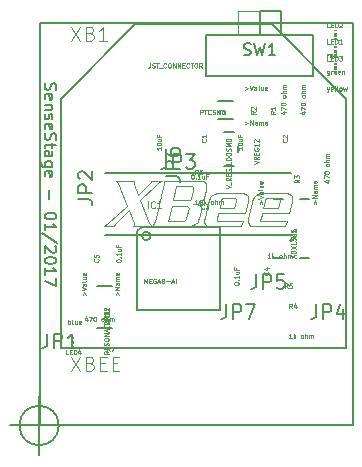
<source format=gbr>
G04 #@! TF.FileFunction,Legend,Top*
%FSLAX46Y46*%
G04 Gerber Fmt 4.6, Leading zero omitted, Abs format (unit mm)*
G04 Created by KiCad (PCBNEW 4.0.2+dfsg1-stable) date Tue 17 Jan 2017 16:40:36 CET*
%MOMM*%
G01*
G04 APERTURE LIST*
%ADD10C,0.100000*%
%ADD11C,0.150000*%
%ADD12C,0.152400*%
%ADD13C,0.203200*%
%ADD14C,0.101600*%
%ADD15C,0.050000*%
%ADD16C,0.030886*%
%ADD17C,0.046329*%
%ADD18C,0.032512*%
%ADD19C,0.127000*%
%ADD20C,0.096520*%
G04 APERTURE END LIST*
D10*
D11*
X1666666Y0D02*
G75*
G03X1666666Y0I-1666666J0D01*
G01*
X-2500000Y0D02*
X2500000Y0D01*
X0Y2500000D02*
X0Y-2500000D01*
X59600Y43400D02*
X26559600Y43400D01*
X26559600Y43400D02*
X26559600Y34043400D01*
X26559600Y34043400D02*
X59600Y34043400D01*
X59600Y34043400D02*
X59600Y43400D01*
D12*
X538524Y28952552D02*
X492562Y28814667D01*
X492562Y28584857D01*
X538524Y28492933D01*
X584486Y28446971D01*
X676410Y28401010D01*
X768333Y28401010D01*
X860257Y28446971D01*
X906219Y28492933D01*
X952181Y28584857D01*
X998143Y28768705D01*
X1044105Y28860629D01*
X1090067Y28906590D01*
X1181990Y28952552D01*
X1273914Y28952552D01*
X1365838Y28906590D01*
X1411800Y28860629D01*
X1457762Y28768705D01*
X1457762Y28538895D01*
X1411800Y28401010D01*
X538524Y27619657D02*
X492562Y27711581D01*
X492562Y27895429D01*
X538524Y27987352D01*
X630448Y28033314D01*
X998143Y28033314D01*
X1090067Y27987352D01*
X1136029Y27895429D01*
X1136029Y27711581D01*
X1090067Y27619657D01*
X998143Y27573695D01*
X906219Y27573695D01*
X814295Y28033314D01*
X1136029Y27160038D02*
X492562Y27160038D01*
X1044105Y27160038D02*
X1090067Y27114077D01*
X1136029Y27022153D01*
X1136029Y26884267D01*
X1090067Y26792343D01*
X998143Y26746381D01*
X492562Y26746381D01*
X538524Y26332724D02*
X492562Y26240801D01*
X492562Y26056953D01*
X538524Y25965029D01*
X630448Y25919067D01*
X676410Y25919067D01*
X768333Y25965029D01*
X814295Y26056953D01*
X814295Y26194839D01*
X860257Y26286762D01*
X952181Y26332724D01*
X998143Y26332724D01*
X1090067Y26286762D01*
X1136029Y26194839D01*
X1136029Y26056953D01*
X1090067Y25965029D01*
X538524Y25137715D02*
X492562Y25229639D01*
X492562Y25413487D01*
X538524Y25505410D01*
X630448Y25551372D01*
X998143Y25551372D01*
X1090067Y25505410D01*
X1136029Y25413487D01*
X1136029Y25229639D01*
X1090067Y25137715D01*
X998143Y25091753D01*
X906219Y25091753D01*
X814295Y25551372D01*
X538524Y24724058D02*
X492562Y24586173D01*
X492562Y24356363D01*
X538524Y24264439D01*
X584486Y24218477D01*
X676410Y24172516D01*
X768333Y24172516D01*
X860257Y24218477D01*
X906219Y24264439D01*
X952181Y24356363D01*
X998143Y24540211D01*
X1044105Y24632135D01*
X1090067Y24678096D01*
X1181990Y24724058D01*
X1273914Y24724058D01*
X1365838Y24678096D01*
X1411800Y24632135D01*
X1457762Y24540211D01*
X1457762Y24310401D01*
X1411800Y24172516D01*
X1136029Y23896744D02*
X1136029Y23529049D01*
X1457762Y23758858D02*
X630448Y23758858D01*
X538524Y23712897D01*
X492562Y23620973D01*
X492562Y23529049D01*
X492562Y22793658D02*
X998143Y22793658D01*
X1090067Y22839620D01*
X1136029Y22931544D01*
X1136029Y23115392D01*
X1090067Y23207315D01*
X538524Y22793658D02*
X492562Y22885582D01*
X492562Y23115392D01*
X538524Y23207315D01*
X630448Y23253277D01*
X722371Y23253277D01*
X814295Y23207315D01*
X860257Y23115392D01*
X860257Y22885582D01*
X906219Y22793658D01*
X1136029Y21920382D02*
X354676Y21920382D01*
X262752Y21966344D01*
X216790Y22012306D01*
X170829Y22104230D01*
X170829Y22242116D01*
X216790Y22334039D01*
X538524Y21920382D02*
X492562Y22012306D01*
X492562Y22196154D01*
X538524Y22288078D01*
X584486Y22334039D01*
X676410Y22380001D01*
X952181Y22380001D01*
X1044105Y22334039D01*
X1090067Y22288078D01*
X1136029Y22196154D01*
X1136029Y22012306D01*
X1090067Y21920382D01*
X538524Y21093068D02*
X492562Y21184992D01*
X492562Y21368840D01*
X538524Y21460763D01*
X630448Y21506725D01*
X998143Y21506725D01*
X1090067Y21460763D01*
X1136029Y21368840D01*
X1136029Y21184992D01*
X1090067Y21093068D01*
X998143Y21047106D01*
X906219Y21047106D01*
X814295Y21506725D01*
X860257Y19898059D02*
X860257Y19162669D01*
X1457762Y17783812D02*
X1457762Y17691888D01*
X1411800Y17599964D01*
X1365838Y17554002D01*
X1273914Y17508040D01*
X1090067Y17462079D01*
X860257Y17462079D01*
X676410Y17508040D01*
X584486Y17554002D01*
X538524Y17599964D01*
X492562Y17691888D01*
X492562Y17783812D01*
X538524Y17875736D01*
X584486Y17921698D01*
X676410Y17967659D01*
X860257Y18013621D01*
X1090067Y18013621D01*
X1273914Y17967659D01*
X1365838Y17921698D01*
X1411800Y17875736D01*
X1457762Y17783812D01*
X492562Y16542841D02*
X492562Y17094383D01*
X492562Y16818612D02*
X1457762Y16818612D01*
X1319876Y16910536D01*
X1227952Y17002460D01*
X1181990Y17094383D01*
X1503724Y15439755D02*
X262752Y16267069D01*
X1365838Y15163983D02*
X1411800Y15118021D01*
X1457762Y15026098D01*
X1457762Y14796288D01*
X1411800Y14704364D01*
X1365838Y14658402D01*
X1273914Y14612441D01*
X1181990Y14612441D01*
X1044105Y14658402D01*
X492562Y15209945D01*
X492562Y14612441D01*
X1457762Y14014936D02*
X1457762Y13923012D01*
X1411800Y13831088D01*
X1365838Y13785126D01*
X1273914Y13739164D01*
X1090067Y13693203D01*
X860257Y13693203D01*
X676410Y13739164D01*
X584486Y13785126D01*
X538524Y13831088D01*
X492562Y13923012D01*
X492562Y14014936D01*
X538524Y14106860D01*
X584486Y14152822D01*
X676410Y14198783D01*
X860257Y14244745D01*
X1090067Y14244745D01*
X1273914Y14198783D01*
X1365838Y14152822D01*
X1411800Y14106860D01*
X1457762Y14014936D01*
X492562Y12773965D02*
X492562Y13325507D01*
X492562Y13049736D02*
X1457762Y13049736D01*
X1319876Y13141660D01*
X1227952Y13233584D01*
X1181990Y13325507D01*
X1457762Y12452231D02*
X1457762Y11808765D01*
X492562Y12222422D01*
X15334600Y16802400D02*
X15334600Y9792400D01*
X15334600Y9792400D02*
X8324600Y9792400D01*
X8324600Y9792400D02*
X8324600Y16447400D01*
X8679600Y16802400D02*
X15334600Y16802400D01*
X8679600Y16802400D02*
X8324600Y16447400D01*
X9445600Y16040600D02*
G75*
G03X9445600Y16040600I-359200J0D01*
G01*
D13*
X1829600Y6562400D02*
X1829600Y27637400D01*
X1829600Y27637400D02*
X8154600Y33962400D01*
X8154600Y33962400D02*
X19704600Y33962400D01*
X19704600Y33962400D02*
X26029600Y27637400D01*
X26029600Y27637400D02*
X26029600Y6562400D01*
X26029600Y6562400D02*
X1829600Y6562400D01*
D12*
X5546700Y21405900D02*
X21365500Y21405900D01*
X5546700Y16100500D02*
X21365500Y16100500D01*
D14*
X6521400Y20709700D02*
X8053200Y20709700D01*
X8053200Y20709700D02*
X8053200Y20626100D01*
X8053200Y20626100D02*
X8011400Y20542600D01*
X8011400Y20542600D02*
X8053200Y20472900D01*
X8053200Y20472900D02*
X8053200Y20403300D01*
X8053200Y20403300D02*
X8401300Y19526000D01*
X8401300Y19526000D02*
X9390000Y20500800D01*
X9390000Y20500800D02*
X9445700Y20570400D01*
X9445700Y20570400D02*
X9487400Y20654000D01*
X9487400Y20654000D02*
X9501400Y20709700D01*
X9501400Y20709700D02*
X10378600Y20709700D01*
X10378600Y20709700D02*
X10197600Y20584300D01*
X10197600Y20584300D02*
X10058400Y20486900D01*
X10058400Y20486900D02*
X9863400Y20319800D01*
X9863400Y20319800D02*
X8554500Y19094400D01*
X8554500Y19094400D02*
X9334300Y17172700D01*
X9334300Y17172700D02*
X9557100Y16866400D01*
X9557100Y16866400D02*
X9598800Y16866400D01*
X9598800Y16866400D02*
X9682400Y16949900D01*
X9682400Y16949900D02*
X9793800Y17284100D01*
X9793800Y17284100D02*
X9960900Y17910700D01*
X9960900Y17910700D02*
X10155800Y18704500D01*
X10155800Y18704500D02*
X10517900Y20180500D01*
X10517900Y20180500D02*
X10573600Y20431200D01*
X10573600Y20431200D02*
X10573600Y20709700D01*
X10573600Y20709700D02*
X13734600Y20709700D01*
X13734600Y20709700D02*
X13901700Y20667900D01*
X13901700Y20667900D02*
X14013100Y20598300D01*
X14013100Y20598300D02*
X14096600Y20445100D01*
X14096600Y20445100D02*
X14152300Y20305800D01*
X14152300Y20305800D02*
X14152300Y20069100D01*
X14152300Y20069100D02*
X14110500Y19957700D01*
X14110500Y19957700D02*
X13943400Y19261500D01*
X13943400Y19261500D02*
X13887700Y19122200D01*
X13887700Y19122200D02*
X13678900Y18913300D01*
X13678900Y18913300D02*
X13511800Y18843700D01*
X13511800Y18843700D02*
X13289000Y18788000D01*
X13289000Y18788000D02*
X13010500Y18788000D01*
X13010500Y18788000D02*
X13414300Y18732300D01*
X13414300Y18732300D02*
X13706700Y18593100D01*
X13706700Y18593100D02*
X13720600Y18565200D01*
X13720600Y18565200D02*
X13720600Y18189200D01*
X13720600Y18189200D02*
X13567500Y17576500D01*
X13567500Y17576500D02*
X13470000Y17423400D01*
X13470000Y17423400D02*
X13442100Y17256300D01*
X13442100Y17256300D02*
X13233300Y17019500D01*
X13233300Y17019500D02*
X13066200Y16936000D01*
X13066200Y16936000D02*
X12801600Y16852400D01*
X12801600Y16852400D02*
X7969600Y16852400D01*
X7969600Y16852400D02*
X8053200Y17005600D01*
X8053200Y17005600D02*
X8053200Y17103100D01*
X8053200Y17103100D02*
X7607600Y18203200D01*
X7607600Y18203200D02*
X6451800Y17075200D01*
X6451800Y17075200D02*
X6326500Y16852400D01*
X6326500Y16852400D02*
X5504900Y16852400D01*
X5504900Y16852400D02*
X5853000Y17103100D01*
X5853000Y17103100D02*
X7468300Y18620900D01*
X7468300Y18620900D02*
X6674600Y20556500D01*
X6674600Y20556500D02*
X6521400Y20709700D01*
X11631900Y20236200D02*
X12913000Y20236200D01*
X12913000Y20236200D02*
X13038300Y20166600D01*
X13038300Y20166600D02*
X13052200Y19943800D01*
X13052200Y19943800D02*
X12857300Y19205800D01*
X12857300Y19205800D02*
X12815500Y19108300D01*
X12815500Y19108300D02*
X12732000Y19052600D01*
X12732000Y19052600D02*
X11339500Y19052600D01*
X11339500Y19052600D02*
X11631900Y20236200D01*
X11242000Y18551300D02*
X12509200Y18551300D01*
X12509200Y18551300D02*
X12620600Y18509500D01*
X12620600Y18509500D02*
X12690200Y18412000D01*
X12690200Y18412000D02*
X12690200Y18370300D01*
X12690200Y18370300D02*
X12481300Y17548700D01*
X12481300Y17548700D02*
X12425600Y17465100D01*
X12425600Y17465100D02*
X12328100Y17353700D01*
X12328100Y17353700D02*
X12272400Y17325900D01*
X12272400Y17325900D02*
X10921700Y17325900D01*
X10921700Y17325900D02*
X11242000Y18551300D01*
X15294200Y18439900D02*
X15391600Y19010800D01*
X15391600Y19010800D02*
X15433400Y19122200D01*
X15433400Y19122200D02*
X15489100Y19219700D01*
X15489100Y19219700D02*
X15572700Y19261500D01*
X15572700Y19261500D02*
X16561300Y19261500D01*
X16561300Y19261500D02*
X16617000Y19247500D01*
X16617000Y19247500D02*
X16658800Y19205800D01*
X16658800Y19205800D02*
X16658800Y19024700D01*
X16658800Y19024700D02*
X16505600Y18426000D01*
X16505600Y18426000D02*
X15308100Y18426000D01*
X15308100Y18426000D02*
X15294200Y18439900D01*
X17090500Y16852400D02*
X14333300Y16852400D01*
X14333300Y16852400D02*
X14221900Y16880300D01*
X14221900Y16880300D02*
X14110500Y16963800D01*
X14110500Y16963800D02*
X14040900Y17061300D01*
X14040900Y17061300D02*
X13999100Y17214500D01*
X13999100Y17214500D02*
X13999100Y17353700D01*
X13999100Y17353700D02*
X14027000Y17576500D01*
X14027000Y17576500D02*
X14305500Y18815900D01*
X14305500Y18815900D02*
X14347300Y18969000D01*
X14347300Y18969000D02*
X14514400Y19303200D01*
X14514400Y19303200D02*
X14639700Y19484300D01*
X14639700Y19484300D02*
X14862500Y19623500D01*
X14862500Y19623500D02*
X15029600Y19679200D01*
X15029600Y19679200D02*
X15113100Y19693100D01*
X15113100Y19693100D02*
X17299400Y19693100D01*
X17299400Y19693100D02*
X17452500Y19637400D01*
X17452500Y19637400D02*
X17633600Y19498200D01*
X17633600Y19498200D02*
X17689300Y19442500D01*
X17689300Y19442500D02*
X17689300Y18955100D01*
X17689300Y18955100D02*
X17452500Y17994300D01*
X17452500Y17994300D02*
X15168800Y17994300D01*
X15168800Y17994300D02*
X15057400Y17520800D01*
X15057400Y17520800D02*
X15029600Y17437300D01*
X15029600Y17437300D02*
X15043500Y17339800D01*
X15043500Y17339800D02*
X15099200Y17298000D01*
X15099200Y17298000D02*
X17104400Y17298000D01*
X17104400Y17298000D02*
X17285400Y17325900D01*
X17285400Y17325900D02*
X17090500Y16852400D01*
X18998200Y18439900D02*
X19095600Y19010800D01*
X19095600Y19010800D02*
X19137400Y19122200D01*
X19137400Y19122200D02*
X19193100Y19219700D01*
X19193100Y19219700D02*
X19276700Y19261500D01*
X19276700Y19261500D02*
X20265300Y19261500D01*
X20265300Y19261500D02*
X20321000Y19247500D01*
X20321000Y19247500D02*
X20362800Y19205800D01*
X20362800Y19205800D02*
X20362800Y19024700D01*
X20362800Y19024700D02*
X20209600Y18426000D01*
X20209600Y18426000D02*
X19012100Y18426000D01*
X19012100Y18426000D02*
X18998200Y18439900D01*
X20794500Y16852400D02*
X18037300Y16852400D01*
X18037300Y16852400D02*
X17925900Y16880300D01*
X17925900Y16880300D02*
X17814500Y16963800D01*
X17814500Y16963800D02*
X17744900Y17061300D01*
X17744900Y17061300D02*
X17703100Y17214500D01*
X17703100Y17214500D02*
X17703100Y17353700D01*
X17703100Y17353700D02*
X17731000Y17576500D01*
X17731000Y17576500D02*
X18009500Y18815900D01*
X18009500Y18815900D02*
X18051300Y18969000D01*
X18051300Y18969000D02*
X18218400Y19303200D01*
X18218400Y19303200D02*
X18343700Y19484300D01*
X18343700Y19484300D02*
X18566500Y19623500D01*
X18566500Y19623500D02*
X18733600Y19679200D01*
X18733600Y19679200D02*
X18817100Y19693100D01*
X18817100Y19693100D02*
X21003400Y19693100D01*
X21003400Y19693100D02*
X21156500Y19637400D01*
X21156500Y19637400D02*
X21337600Y19498200D01*
X21337600Y19498200D02*
X21393300Y19442500D01*
X21393300Y19442500D02*
X21393300Y18955100D01*
X21393300Y18955100D02*
X21156500Y17994300D01*
X21156500Y17994300D02*
X18872800Y17994300D01*
X18872800Y17994300D02*
X18761400Y17520800D01*
X18761400Y17520800D02*
X18733600Y17437300D01*
X18733600Y17437300D02*
X18747500Y17339800D01*
X18747500Y17339800D02*
X18803200Y17298000D01*
X18803200Y17298000D02*
X20808400Y17298000D01*
X20808400Y17298000D02*
X20989400Y17325900D01*
X20989400Y17325900D02*
X20794500Y16852400D01*
D13*
X16491000Y21989000D02*
X15632200Y21989000D01*
X15632200Y24833800D02*
X16491000Y24833800D01*
X16872000Y23679800D02*
X16872000Y23143000D01*
D10*
G36*
X24951600Y33513400D02*
X24951600Y33363400D01*
X25251600Y33363400D01*
X25251600Y33513400D01*
X24951600Y33513400D01*
G37*
G36*
X24951600Y32763400D02*
X24951600Y32613400D01*
X25251600Y32613400D01*
X25251600Y32763400D01*
X24951600Y32763400D01*
G37*
G36*
X24951600Y33213400D02*
X24951600Y32913400D01*
X25251600Y32913400D01*
X25251600Y33213400D01*
X24951600Y33213400D01*
G37*
G36*
X24951600Y30694000D02*
X24951600Y30544000D01*
X25251600Y30544000D01*
X25251600Y30694000D01*
X24951600Y30694000D01*
G37*
G36*
X24951600Y29944000D02*
X24951600Y29794000D01*
X25251600Y29794000D01*
X25251600Y29944000D01*
X24951600Y29944000D01*
G37*
G36*
X24951600Y30394000D02*
X24951600Y30094000D01*
X25251600Y30094000D01*
X25251600Y30394000D01*
X24951600Y30394000D01*
G37*
D13*
X15172600Y27475400D02*
X16442600Y27475400D01*
X16442600Y25951400D02*
X15172600Y25951400D01*
D10*
G36*
X24951600Y32116400D02*
X24951600Y31966400D01*
X25251600Y31966400D01*
X25251600Y32116400D01*
X24951600Y32116400D01*
G37*
G36*
X24951600Y31366400D02*
X24951600Y31216400D01*
X25251600Y31216400D01*
X25251600Y31366400D01*
X24951600Y31366400D01*
G37*
G36*
X24951600Y31816400D02*
X24951600Y31516400D01*
X25251600Y31516400D01*
X25251600Y31816400D01*
X24951600Y31816400D01*
G37*
D13*
X22856600Y14165400D02*
X22056600Y14165400D01*
X20656600Y14165400D02*
X19856600Y14165400D01*
X19856600Y19165400D02*
X20656600Y19165400D01*
X22056600Y19165400D02*
X22856600Y19165400D01*
X21456600Y15665400D02*
G75*
G03X21456600Y15665400I-100000J0D01*
G01*
X6179600Y8235400D02*
X4879600Y8235400D01*
X4879600Y11835400D02*
X6179600Y11835400D01*
D10*
G36*
X2980600Y6578400D02*
X2980600Y6728400D01*
X2680600Y6728400D01*
X2680600Y6578400D01*
X2980600Y6578400D01*
G37*
G36*
X2980600Y7328400D02*
X2980600Y7478400D01*
X2680600Y7478400D01*
X2680600Y7328400D01*
X2980600Y7328400D01*
G37*
G36*
X2980600Y6878400D02*
X2980600Y7178400D01*
X2680600Y7178400D01*
X2680600Y6878400D01*
X2980600Y6878400D01*
G37*
D15*
X18669000Y35055500D02*
X16869000Y35055500D01*
X16869000Y35055500D02*
X16869000Y33055500D01*
D11*
X20469000Y33055500D02*
X20469000Y35055500D01*
X20469000Y35055500D02*
X18669000Y35055500D01*
X18669000Y33055500D02*
X18669000Y35055500D01*
X23169000Y29555500D02*
X14169000Y29555500D01*
X14169000Y29555500D02*
X14169000Y33055500D01*
X14169000Y33055500D02*
X23169000Y33055500D01*
X23169000Y33055500D02*
X23169000Y29555500D01*
D16*
X9405832Y30673865D02*
X9405832Y30398093D01*
X9387448Y30342939D01*
X9350678Y30306170D01*
X9295524Y30287785D01*
X9258754Y30287785D01*
X9571295Y30306170D02*
X9626449Y30287785D01*
X9718373Y30287785D01*
X9755143Y30306170D01*
X9773527Y30324554D01*
X9791912Y30361324D01*
X9791912Y30398093D01*
X9773527Y30434863D01*
X9755143Y30453248D01*
X9718373Y30471632D01*
X9644834Y30490017D01*
X9608065Y30508402D01*
X9589680Y30526787D01*
X9571295Y30563556D01*
X9571295Y30600326D01*
X9589680Y30637095D01*
X9608065Y30655480D01*
X9644834Y30673865D01*
X9736758Y30673865D01*
X9791912Y30655480D01*
X9902221Y30673865D02*
X10122838Y30673865D01*
X10012529Y30287785D02*
X10012529Y30673865D01*
X10159607Y30251015D02*
X10453763Y30251015D01*
X10766304Y30324554D02*
X10747919Y30306170D01*
X10692765Y30287785D01*
X10655995Y30287785D01*
X10600841Y30306170D01*
X10564072Y30342939D01*
X10545687Y30379709D01*
X10527302Y30453248D01*
X10527302Y30508402D01*
X10545687Y30581941D01*
X10564072Y30618710D01*
X10600841Y30655480D01*
X10655995Y30673865D01*
X10692765Y30673865D01*
X10747919Y30655480D01*
X10766304Y30637095D01*
X11005306Y30673865D02*
X11078845Y30673865D01*
X11115614Y30655480D01*
X11152384Y30618710D01*
X11170769Y30545171D01*
X11170769Y30416478D01*
X11152384Y30342939D01*
X11115614Y30306170D01*
X11078845Y30287785D01*
X11005306Y30287785D01*
X10968536Y30306170D01*
X10931767Y30342939D01*
X10913382Y30416478D01*
X10913382Y30545171D01*
X10931767Y30618710D01*
X10968536Y30655480D01*
X11005306Y30673865D01*
X11336232Y30287785D02*
X11336232Y30673865D01*
X11556849Y30287785D01*
X11556849Y30673865D01*
X11740697Y30287785D02*
X11740697Y30673865D01*
X11961314Y30287785D01*
X11961314Y30673865D01*
X12145162Y30490017D02*
X12273855Y30490017D01*
X12329009Y30287785D02*
X12145162Y30287785D01*
X12145162Y30673865D01*
X12329009Y30673865D01*
X12715089Y30324554D02*
X12696704Y30306170D01*
X12641550Y30287785D01*
X12604780Y30287785D01*
X12549626Y30306170D01*
X12512857Y30342939D01*
X12494472Y30379709D01*
X12476087Y30453248D01*
X12476087Y30508402D01*
X12494472Y30581941D01*
X12512857Y30618710D01*
X12549626Y30655480D01*
X12604780Y30673865D01*
X12641550Y30673865D01*
X12696704Y30655480D01*
X12715089Y30637095D01*
X12825398Y30673865D02*
X13046015Y30673865D01*
X12935706Y30287785D02*
X12935706Y30673865D01*
X13248247Y30673865D02*
X13321786Y30673865D01*
X13358555Y30655480D01*
X13395325Y30618710D01*
X13413710Y30545171D01*
X13413710Y30416478D01*
X13395325Y30342939D01*
X13358555Y30306170D01*
X13321786Y30287785D01*
X13248247Y30287785D01*
X13211477Y30306170D01*
X13174708Y30342939D01*
X13156323Y30416478D01*
X13156323Y30545171D01*
X13174708Y30618710D01*
X13211477Y30655480D01*
X13248247Y30673865D01*
X13799790Y30287785D02*
X13671097Y30471632D01*
X13579173Y30287785D02*
X13579173Y30673865D01*
X13726251Y30673865D01*
X13763020Y30655480D01*
X13781405Y30637095D01*
X13799790Y30600326D01*
X13799790Y30545171D01*
X13781405Y30508402D01*
X13763020Y30490017D01*
X13726251Y30471632D01*
X13579173Y30471632D01*
D11*
D17*
X9198886Y18404977D02*
X9198886Y18984097D01*
X9805582Y18460131D02*
X9778005Y18432554D01*
X9695274Y18404977D01*
X9640120Y18404977D01*
X9557388Y18432554D01*
X9502234Y18487709D01*
X9474657Y18542863D01*
X9447080Y18653171D01*
X9447080Y18735903D01*
X9474657Y18846211D01*
X9502234Y18901366D01*
X9557388Y18956520D01*
X9640120Y18984097D01*
X9695274Y18984097D01*
X9778005Y18956520D01*
X9805582Y18928943D01*
X10357125Y18404977D02*
X10026200Y18404977D01*
X10191662Y18404977D02*
X10191662Y18984097D01*
X10136508Y18901366D01*
X10081354Y18846211D01*
X10026200Y18818634D01*
D16*
X8898924Y12045785D02*
X8898924Y12431865D01*
X9027617Y12156093D01*
X9156310Y12431865D01*
X9156310Y12045785D01*
X9340158Y12248017D02*
X9468851Y12248017D01*
X9524005Y12045785D02*
X9340158Y12045785D01*
X9340158Y12431865D01*
X9524005Y12431865D01*
X9891700Y12413480D02*
X9854931Y12431865D01*
X9799776Y12431865D01*
X9744622Y12413480D01*
X9707853Y12376710D01*
X9689468Y12339941D01*
X9671083Y12266402D01*
X9671083Y12211248D01*
X9689468Y12137709D01*
X9707853Y12100939D01*
X9744622Y12064170D01*
X9799776Y12045785D01*
X9836546Y12045785D01*
X9891700Y12064170D01*
X9910085Y12082554D01*
X9910085Y12211248D01*
X9836546Y12211248D01*
X10057163Y12156093D02*
X10241011Y12156093D01*
X10020394Y12045785D02*
X10149087Y12431865D01*
X10277780Y12045785D01*
X10461628Y12266402D02*
X10424859Y12284787D01*
X10406474Y12303171D01*
X10388089Y12339941D01*
X10388089Y12358326D01*
X10406474Y12395095D01*
X10424859Y12413480D01*
X10461628Y12431865D01*
X10535167Y12431865D01*
X10571937Y12413480D01*
X10590321Y12395095D01*
X10608706Y12358326D01*
X10608706Y12339941D01*
X10590321Y12303171D01*
X10571937Y12284787D01*
X10535167Y12266402D01*
X10461628Y12266402D01*
X10424859Y12248017D01*
X10406474Y12229632D01*
X10388089Y12192863D01*
X10388089Y12119324D01*
X10406474Y12082554D01*
X10424859Y12064170D01*
X10461628Y12045785D01*
X10535167Y12045785D01*
X10571937Y12064170D01*
X10590321Y12082554D01*
X10608706Y12119324D01*
X10608706Y12192863D01*
X10590321Y12229632D01*
X10571937Y12248017D01*
X10535167Y12266402D01*
X10774169Y12192863D02*
X11068325Y12192863D01*
X11233788Y12156093D02*
X11417636Y12156093D01*
X11197019Y12045785D02*
X11325712Y12431865D01*
X11454405Y12045785D01*
X11583099Y12045785D02*
X11583099Y12431865D01*
D14*
X2671957Y33771352D02*
X3476290Y32564852D01*
X3476290Y33771352D02*
X2671957Y32564852D01*
X4338077Y33196829D02*
X4510434Y33139376D01*
X4567886Y33081924D01*
X4625338Y32967019D01*
X4625338Y32794662D01*
X4567886Y32679757D01*
X4510434Y32622305D01*
X4395529Y32564852D01*
X3935910Y32564852D01*
X3935910Y33771352D01*
X4338077Y33771352D01*
X4452981Y33713900D01*
X4510434Y33656448D01*
X4567886Y33541543D01*
X4567886Y33426638D01*
X4510434Y33311733D01*
X4452981Y33254281D01*
X4338077Y33196829D01*
X3935910Y33196829D01*
X5774386Y32564852D02*
X5084958Y32564852D01*
X5429672Y32564852D02*
X5429672Y33771352D01*
X5314767Y33598995D01*
X5199862Y33484090D01*
X5084958Y33426638D01*
X2671957Y5831352D02*
X3476290Y4624852D01*
X3476290Y5831352D02*
X2671957Y4624852D01*
X4338077Y5256829D02*
X4510434Y5199376D01*
X4567886Y5141924D01*
X4625338Y5027019D01*
X4625338Y4854662D01*
X4567886Y4739757D01*
X4510434Y4682305D01*
X4395529Y4624852D01*
X3935910Y4624852D01*
X3935910Y5831352D01*
X4338077Y5831352D01*
X4452981Y5773900D01*
X4510434Y5716448D01*
X4567886Y5601543D01*
X4567886Y5486638D01*
X4510434Y5371733D01*
X4452981Y5314281D01*
X4338077Y5256829D01*
X3935910Y5256829D01*
X5142410Y5256829D02*
X5544577Y5256829D01*
X5716934Y4624852D02*
X5142410Y4624852D01*
X5142410Y5831352D01*
X5716934Y5831352D01*
X6234005Y5256829D02*
X6636172Y5256829D01*
X6808529Y4624852D02*
X6234005Y4624852D01*
X6234005Y5831352D01*
X6808529Y5831352D01*
D16*
X18202215Y22149384D02*
X18588295Y22278077D01*
X18202215Y22406770D01*
X18588295Y22756081D02*
X18404448Y22627388D01*
X18588295Y22535464D02*
X18202215Y22535464D01*
X18202215Y22682542D01*
X18220600Y22719311D01*
X18238985Y22737696D01*
X18275754Y22756081D01*
X18330909Y22756081D01*
X18367678Y22737696D01*
X18386063Y22719311D01*
X18404448Y22682542D01*
X18404448Y22535464D01*
X18386063Y22921544D02*
X18386063Y23050237D01*
X18588295Y23105391D02*
X18588295Y22921544D01*
X18202215Y22921544D01*
X18202215Y23105391D01*
X18220600Y23473086D02*
X18202215Y23436317D01*
X18202215Y23381162D01*
X18220600Y23326008D01*
X18257370Y23289239D01*
X18294139Y23270854D01*
X18367678Y23252469D01*
X18422832Y23252469D01*
X18496371Y23270854D01*
X18533141Y23289239D01*
X18569910Y23326008D01*
X18588295Y23381162D01*
X18588295Y23417932D01*
X18569910Y23473086D01*
X18551526Y23491471D01*
X18422832Y23491471D01*
X18422832Y23417932D01*
X18588295Y23859166D02*
X18588295Y23638549D01*
X18588295Y23748858D02*
X18202215Y23748858D01*
X18257370Y23712088D01*
X18294139Y23675319D01*
X18312524Y23638549D01*
X18238985Y24006244D02*
X18220600Y24024629D01*
X18202215Y24061398D01*
X18202215Y24153322D01*
X18220600Y24190092D01*
X18238985Y24208476D01*
X18275754Y24226861D01*
X18312524Y24226861D01*
X18367678Y24208476D01*
X18588295Y23987859D01*
X18588295Y24226861D01*
X15852715Y20061867D02*
X16238795Y20190560D01*
X15852715Y20319253D01*
X16275565Y20356023D02*
X16275565Y20650179D01*
X16238795Y20962720D02*
X16054948Y20834027D01*
X16238795Y20742103D02*
X15852715Y20742103D01*
X15852715Y20889181D01*
X15871100Y20925950D01*
X15889485Y20944335D01*
X15926254Y20962720D01*
X15981409Y20962720D01*
X16018178Y20944335D01*
X16036563Y20925950D01*
X16054948Y20889181D01*
X16054948Y20742103D01*
X16036563Y21128183D02*
X16036563Y21256876D01*
X16238795Y21312030D02*
X16238795Y21128183D01*
X15852715Y21128183D01*
X15852715Y21312030D01*
X15871100Y21679725D02*
X15852715Y21642956D01*
X15852715Y21587801D01*
X15871100Y21532647D01*
X15907870Y21495878D01*
X15944639Y21477493D01*
X16018178Y21459108D01*
X16073332Y21459108D01*
X16146871Y21477493D01*
X16183641Y21495878D01*
X16220410Y21532647D01*
X16238795Y21587801D01*
X16238795Y21624571D01*
X16220410Y21679725D01*
X16202026Y21698110D01*
X16073332Y21698110D01*
X16073332Y21624571D01*
X16275565Y21771649D02*
X16275565Y22065805D01*
X16238795Y22341576D02*
X16238795Y22157729D01*
X15852715Y22157729D01*
X16238795Y22470270D02*
X15852715Y22470270D01*
X15852715Y22562194D01*
X15871100Y22617348D01*
X15907870Y22654117D01*
X15944639Y22672502D01*
X16018178Y22690887D01*
X16073332Y22690887D01*
X16146871Y22672502D01*
X16183641Y22654117D01*
X16220410Y22617348D01*
X16238795Y22562194D01*
X16238795Y22470270D01*
X15852715Y22929889D02*
X15852715Y23003428D01*
X15871100Y23040197D01*
X15907870Y23076967D01*
X15981409Y23095352D01*
X16110102Y23095352D01*
X16183641Y23076967D01*
X16220410Y23040197D01*
X16238795Y23003428D01*
X16238795Y22929889D01*
X16220410Y22893119D01*
X16183641Y22856350D01*
X16110102Y22837965D01*
X15981409Y22837965D01*
X15907870Y22856350D01*
X15871100Y22893119D01*
X15852715Y22929889D01*
X16220410Y23242430D02*
X16238795Y23297584D01*
X16238795Y23389508D01*
X16220410Y23426278D01*
X16202026Y23444662D01*
X16165256Y23463047D01*
X16128487Y23463047D01*
X16091717Y23444662D01*
X16073332Y23426278D01*
X16054948Y23389508D01*
X16036563Y23315969D01*
X16018178Y23279200D01*
X15999793Y23260815D01*
X15963024Y23242430D01*
X15926254Y23242430D01*
X15889485Y23260815D01*
X15871100Y23279200D01*
X15852715Y23315969D01*
X15852715Y23407893D01*
X15871100Y23463047D01*
X16238795Y23628510D02*
X15852715Y23628510D01*
X16128487Y23757203D01*
X15852715Y23885896D01*
X16238795Y23885896D01*
X16238795Y24069744D02*
X15852715Y24069744D01*
X15852715Y24161668D01*
X15871100Y24216822D01*
X15907870Y24253591D01*
X15944639Y24271976D01*
X16018178Y24290361D01*
X16073332Y24290361D01*
X16146871Y24271976D01*
X16183641Y24253591D01*
X16220410Y24216822D01*
X16238795Y24161668D01*
X16238795Y24069744D01*
X5003446Y14077941D02*
X5021830Y14059556D01*
X5040215Y14004402D01*
X5040215Y13967632D01*
X5021830Y13912478D01*
X4985061Y13875709D01*
X4948291Y13857324D01*
X4874752Y13838939D01*
X4819598Y13838939D01*
X4746059Y13857324D01*
X4709290Y13875709D01*
X4672520Y13912478D01*
X4654135Y13967632D01*
X4654135Y14004402D01*
X4672520Y14059556D01*
X4690905Y14077941D01*
X4654135Y14427251D02*
X4654135Y14243404D01*
X4837983Y14225019D01*
X4819598Y14243404D01*
X4801213Y14280173D01*
X4801213Y14372097D01*
X4819598Y14408867D01*
X4837983Y14427251D01*
X4874752Y14445636D01*
X4966676Y14445636D01*
X5003446Y14427251D01*
X5021830Y14408867D01*
X5040215Y14372097D01*
X5040215Y14280173D01*
X5021830Y14243404D01*
X5003446Y14225019D01*
X6529135Y13930863D02*
X6529135Y13967632D01*
X6547520Y14004402D01*
X6565905Y14022787D01*
X6602674Y14041171D01*
X6676213Y14059556D01*
X6768137Y14059556D01*
X6841676Y14041171D01*
X6878446Y14022787D01*
X6896830Y14004402D01*
X6915215Y13967632D01*
X6915215Y13930863D01*
X6896830Y13894093D01*
X6878446Y13875709D01*
X6841676Y13857324D01*
X6768137Y13838939D01*
X6676213Y13838939D01*
X6602674Y13857324D01*
X6565905Y13875709D01*
X6547520Y13894093D01*
X6529135Y13930863D01*
X6878446Y14225019D02*
X6896830Y14243404D01*
X6915215Y14225019D01*
X6896830Y14206634D01*
X6878446Y14225019D01*
X6915215Y14225019D01*
X6915215Y14611099D02*
X6915215Y14390482D01*
X6915215Y14500791D02*
X6529135Y14500791D01*
X6584290Y14464021D01*
X6621059Y14427252D01*
X6639444Y14390482D01*
X6657829Y14942025D02*
X6915215Y14942025D01*
X6657829Y14776562D02*
X6860061Y14776562D01*
X6896830Y14794947D01*
X6915215Y14831716D01*
X6915215Y14886870D01*
X6896830Y14923640D01*
X6878446Y14942025D01*
X6712983Y15254565D02*
X6712983Y15125872D01*
X6915215Y15125872D02*
X6529135Y15125872D01*
X6529135Y15309719D01*
X13453141Y21270785D02*
X13324448Y21454632D01*
X13232524Y21270785D02*
X13232524Y21656865D01*
X13379602Y21656865D01*
X13416371Y21638480D01*
X13434756Y21620095D01*
X13453141Y21583326D01*
X13453141Y21528171D01*
X13434756Y21491402D01*
X13416371Y21473017D01*
X13379602Y21454632D01*
X13232524Y21454632D01*
X13784067Y21656865D02*
X13710528Y21656865D01*
X13673758Y21638480D01*
X13655373Y21620095D01*
X13618604Y21564941D01*
X13600219Y21491402D01*
X13600219Y21344324D01*
X13618604Y21307554D01*
X13636989Y21289170D01*
X13673758Y21270785D01*
X13747297Y21270785D01*
X13784067Y21289170D01*
X13802451Y21307554D01*
X13820836Y21344324D01*
X13820836Y21436248D01*
X13802451Y21473017D01*
X13784067Y21491402D01*
X13747297Y21509787D01*
X13673758Y21509787D01*
X13636989Y21491402D01*
X13618604Y21473017D01*
X13600219Y21436248D01*
X13434756Y18730785D02*
X13214139Y18730785D01*
X13324448Y18730785D02*
X13324448Y19116865D01*
X13287678Y19061710D01*
X13250909Y19024941D01*
X13214139Y19006556D01*
X13673758Y19116865D02*
X13710527Y19116865D01*
X13747297Y19098480D01*
X13765682Y19080095D01*
X13784066Y19043326D01*
X13802451Y18969787D01*
X13802451Y18877863D01*
X13784066Y18804324D01*
X13765682Y18767554D01*
X13747297Y18749170D01*
X13710527Y18730785D01*
X13673758Y18730785D01*
X13636988Y18749170D01*
X13618604Y18767554D01*
X13600219Y18804324D01*
X13581834Y18877863D01*
X13581834Y18969787D01*
X13600219Y19043326D01*
X13618604Y19080095D01*
X13636988Y19098480D01*
X13673758Y19116865D01*
X13967914Y18730785D02*
X13967914Y19116865D01*
X14004683Y18877863D02*
X14114992Y18730785D01*
X14114992Y18988171D02*
X13967914Y18841093D01*
X14629765Y18730785D02*
X14592996Y18749170D01*
X14574611Y18767554D01*
X14556226Y18804324D01*
X14556226Y18914632D01*
X14574611Y18951402D01*
X14592996Y18969787D01*
X14629765Y18988171D01*
X14684919Y18988171D01*
X14721689Y18969787D01*
X14740074Y18951402D01*
X14758458Y18914632D01*
X14758458Y18804324D01*
X14740074Y18767554D01*
X14721689Y18749170D01*
X14684919Y18730785D01*
X14629765Y18730785D01*
X14923921Y18730785D02*
X14923921Y19116865D01*
X15089384Y18730785D02*
X15089384Y18933017D01*
X15070999Y18969787D01*
X15034229Y18988171D01*
X14979075Y18988171D01*
X14942306Y18969787D01*
X14923921Y18951402D01*
X15273231Y18730785D02*
X15273231Y18988171D01*
X15273231Y18951402D02*
X15291616Y18969787D01*
X15328385Y18988171D01*
X15383539Y18988171D01*
X15420309Y18969787D01*
X15438694Y18933017D01*
X15438694Y18730785D01*
X15438694Y18933017D02*
X15457078Y18969787D01*
X15493848Y18988171D01*
X15549002Y18988171D01*
X15585772Y18969787D01*
X15604157Y18933017D01*
X15604157Y18730785D01*
X24592371Y33716785D02*
X24408524Y33716785D01*
X24408524Y34102865D01*
X24721065Y33919017D02*
X24849758Y33919017D01*
X24904912Y33716785D02*
X24721065Y33716785D01*
X24721065Y34102865D01*
X24904912Y34102865D01*
X25070375Y33716785D02*
X25070375Y34102865D01*
X25162299Y34102865D01*
X25217453Y34084480D01*
X25254222Y34047710D01*
X25272607Y34010941D01*
X25290992Y33937402D01*
X25290992Y33882248D01*
X25272607Y33808709D01*
X25254222Y33771939D01*
X25217453Y33735170D01*
X25162299Y33716785D01*
X25070375Y33716785D01*
X25438070Y34066095D02*
X25456455Y34084480D01*
X25493224Y34102865D01*
X25585148Y34102865D01*
X25621918Y34084480D01*
X25640302Y34066095D01*
X25658687Y34029326D01*
X25658687Y33992556D01*
X25640302Y33937402D01*
X25419685Y33716785D01*
X25658687Y33716785D01*
X24408524Y31176785D02*
X24408524Y31434171D01*
X24408524Y31360632D02*
X24426909Y31397402D01*
X24445293Y31415787D01*
X24482063Y31434171D01*
X24518832Y31434171D01*
X24794604Y31195170D02*
X24757834Y31176785D01*
X24684295Y31176785D01*
X24647526Y31195170D01*
X24629141Y31231939D01*
X24629141Y31379017D01*
X24647526Y31415787D01*
X24684295Y31434171D01*
X24757834Y31434171D01*
X24794604Y31415787D01*
X24812989Y31379017D01*
X24812989Y31342248D01*
X24629141Y31305478D01*
X25143915Y31176785D02*
X25143915Y31562865D01*
X25143915Y31195170D02*
X25107145Y31176785D01*
X25033606Y31176785D01*
X24996837Y31195170D01*
X24978452Y31213554D01*
X24960067Y31250324D01*
X24960067Y31360632D01*
X24978452Y31397402D01*
X24996837Y31415787D01*
X25033606Y31434171D01*
X25107145Y31434171D01*
X25143915Y31415787D01*
X18333115Y26601541D02*
X18149268Y26472848D01*
X18333115Y26380924D02*
X17947035Y26380924D01*
X17947035Y26528002D01*
X17965420Y26564771D01*
X17983805Y26583156D01*
X18020574Y26601541D01*
X18075729Y26601541D01*
X18112498Y26583156D01*
X18130883Y26564771D01*
X18149268Y26528002D01*
X18149268Y26380924D01*
X17983805Y26748619D02*
X17965420Y26767004D01*
X17947035Y26803773D01*
X17947035Y26895697D01*
X17965420Y26932467D01*
X17983805Y26950851D01*
X18020574Y26969236D01*
X18057344Y26969236D01*
X18112498Y26950851D01*
X18333115Y26730234D01*
X18333115Y26969236D01*
X20615729Y26546387D02*
X20873115Y26546387D01*
X20468650Y26454463D02*
X20744422Y26362539D01*
X20744422Y26601541D01*
X20487035Y26711849D02*
X20487035Y26969236D01*
X20873115Y26803773D01*
X20487035Y27189853D02*
X20487035Y27226622D01*
X20505420Y27263392D01*
X20523805Y27281777D01*
X20560574Y27300161D01*
X20634113Y27318546D01*
X20726037Y27318546D01*
X20799576Y27300161D01*
X20836346Y27281777D01*
X20854730Y27263392D01*
X20873115Y27226622D01*
X20873115Y27189853D01*
X20854730Y27153083D01*
X20836346Y27134699D01*
X20799576Y27116314D01*
X20726037Y27097929D01*
X20634113Y27097929D01*
X20560574Y27116314D01*
X20523805Y27134699D01*
X20505420Y27153083D01*
X20487035Y27189853D01*
X20873115Y27833319D02*
X20854730Y27796550D01*
X20836346Y27778165D01*
X20799576Y27759780D01*
X20689268Y27759780D01*
X20652498Y27778165D01*
X20634113Y27796550D01*
X20615729Y27833319D01*
X20615729Y27888473D01*
X20634113Y27925243D01*
X20652498Y27943628D01*
X20689268Y27962012D01*
X20799576Y27962012D01*
X20836346Y27943628D01*
X20854730Y27925243D01*
X20873115Y27888473D01*
X20873115Y27833319D01*
X20873115Y28127475D02*
X20487035Y28127475D01*
X20873115Y28292938D02*
X20670883Y28292938D01*
X20634113Y28274553D01*
X20615729Y28237783D01*
X20615729Y28182629D01*
X20634113Y28145860D01*
X20652498Y28127475D01*
X20873115Y28476785D02*
X20615729Y28476785D01*
X20652498Y28476785D02*
X20634113Y28495170D01*
X20615729Y28531939D01*
X20615729Y28587093D01*
X20634113Y28623863D01*
X20670883Y28642248D01*
X20873115Y28642248D01*
X20670883Y28642248D02*
X20634113Y28660632D01*
X20615729Y28697402D01*
X20615729Y28752556D01*
X20634113Y28789326D01*
X20670883Y28807711D01*
X20873115Y28807711D01*
X24592371Y30897385D02*
X24408524Y30897385D01*
X24408524Y31283465D01*
X24721065Y31099617D02*
X24849758Y31099617D01*
X24904912Y30897385D02*
X24721065Y30897385D01*
X24721065Y31283465D01*
X24904912Y31283465D01*
X25070375Y30897385D02*
X25070375Y31283465D01*
X25162299Y31283465D01*
X25217453Y31265080D01*
X25254222Y31228310D01*
X25272607Y31191541D01*
X25290992Y31118002D01*
X25290992Y31062848D01*
X25272607Y30989309D01*
X25254222Y30952539D01*
X25217453Y30915770D01*
X25162299Y30897385D01*
X25070375Y30897385D01*
X25419685Y31283465D02*
X25658687Y31283465D01*
X25529994Y31136387D01*
X25585148Y31136387D01*
X25621918Y31118002D01*
X25640302Y31099617D01*
X25658687Y31062848D01*
X25658687Y30970924D01*
X25640302Y30934154D01*
X25621918Y30915770D01*
X25585148Y30897385D01*
X25474840Y30897385D01*
X25438070Y30915770D01*
X25419685Y30934154D01*
X24371754Y28614771D02*
X24463678Y28357385D01*
X24555602Y28614771D02*
X24463678Y28357385D01*
X24426909Y28265461D01*
X24408524Y28247076D01*
X24371754Y28228691D01*
X24849758Y28375770D02*
X24812988Y28357385D01*
X24739449Y28357385D01*
X24702680Y28375770D01*
X24684295Y28412539D01*
X24684295Y28559617D01*
X24702680Y28596387D01*
X24739449Y28614771D01*
X24812988Y28614771D01*
X24849758Y28596387D01*
X24868143Y28559617D01*
X24868143Y28522848D01*
X24684295Y28486078D01*
X25088760Y28357385D02*
X25051991Y28375770D01*
X25033606Y28412539D01*
X25033606Y28743465D01*
X25290992Y28357385D02*
X25254223Y28375770D01*
X25235838Y28412539D01*
X25235838Y28743465D01*
X25493224Y28357385D02*
X25456455Y28375770D01*
X25438070Y28394154D01*
X25419685Y28430924D01*
X25419685Y28541232D01*
X25438070Y28578002D01*
X25456455Y28596387D01*
X25493224Y28614771D01*
X25548378Y28614771D01*
X25585148Y28596387D01*
X25603533Y28578002D01*
X25621917Y28541232D01*
X25621917Y28430924D01*
X25603533Y28394154D01*
X25585148Y28375770D01*
X25548378Y28357385D01*
X25493224Y28357385D01*
X25750610Y28614771D02*
X25824149Y28357385D01*
X25897688Y28541232D01*
X25971227Y28357385D01*
X26044766Y28614771D01*
X22012215Y20802941D02*
X21828368Y20674248D01*
X22012215Y20582324D02*
X21626135Y20582324D01*
X21626135Y20729402D01*
X21644520Y20766171D01*
X21662905Y20784556D01*
X21699674Y20802941D01*
X21754829Y20802941D01*
X21791598Y20784556D01*
X21809983Y20766171D01*
X21828368Y20729402D01*
X21828368Y20582324D01*
X21626135Y20931634D02*
X21626135Y21170636D01*
X21773213Y21041943D01*
X21773213Y21097097D01*
X21791598Y21133867D01*
X21809983Y21152251D01*
X21846752Y21170636D01*
X21938676Y21170636D01*
X21975446Y21152251D01*
X21993830Y21133867D01*
X22012215Y21097097D01*
X22012215Y20986789D01*
X21993830Y20950019D01*
X21975446Y20931634D01*
X24294829Y20747787D02*
X24552215Y20747787D01*
X24147750Y20655863D02*
X24423522Y20563939D01*
X24423522Y20802941D01*
X24166135Y20913249D02*
X24166135Y21170636D01*
X24552215Y21005173D01*
X24166135Y21391253D02*
X24166135Y21428022D01*
X24184520Y21464792D01*
X24202905Y21483177D01*
X24239674Y21501561D01*
X24313213Y21519946D01*
X24405137Y21519946D01*
X24478676Y21501561D01*
X24515446Y21483177D01*
X24533830Y21464792D01*
X24552215Y21428022D01*
X24552215Y21391253D01*
X24533830Y21354483D01*
X24515446Y21336099D01*
X24478676Y21317714D01*
X24405137Y21299329D01*
X24313213Y21299329D01*
X24239674Y21317714D01*
X24202905Y21336099D01*
X24184520Y21354483D01*
X24166135Y21391253D01*
X24552215Y22034719D02*
X24533830Y21997950D01*
X24515446Y21979565D01*
X24478676Y21961180D01*
X24368368Y21961180D01*
X24331598Y21979565D01*
X24313213Y21997950D01*
X24294829Y22034719D01*
X24294829Y22089873D01*
X24313213Y22126643D01*
X24331598Y22145028D01*
X24368368Y22163412D01*
X24478676Y22163412D01*
X24515446Y22145028D01*
X24533830Y22126643D01*
X24552215Y22089873D01*
X24552215Y22034719D01*
X24552215Y22328875D02*
X24166135Y22328875D01*
X24552215Y22494338D02*
X24349983Y22494338D01*
X24313213Y22475953D01*
X24294829Y22439183D01*
X24294829Y22384029D01*
X24313213Y22347260D01*
X24331598Y22328875D01*
X24552215Y22678185D02*
X24294829Y22678185D01*
X24331598Y22678185D02*
X24313213Y22696570D01*
X24294829Y22733339D01*
X24294829Y22788493D01*
X24313213Y22825263D01*
X24349983Y22843648D01*
X24552215Y22843648D01*
X24349983Y22843648D02*
X24313213Y22862032D01*
X24294829Y22898802D01*
X24294829Y22953956D01*
X24313213Y22990726D01*
X24349983Y23009111D01*
X24552215Y23009111D01*
X14106526Y24240166D02*
X14124910Y24221781D01*
X14143295Y24166627D01*
X14143295Y24129857D01*
X14124910Y24074703D01*
X14088141Y24037934D01*
X14051371Y24019549D01*
X13977832Y24001164D01*
X13922678Y24001164D01*
X13849139Y24019549D01*
X13812370Y24037934D01*
X13775600Y24074703D01*
X13757215Y24129857D01*
X13757215Y24166627D01*
X13775600Y24221781D01*
X13793985Y24240166D01*
X14143295Y24607861D02*
X14143295Y24387244D01*
X14143295Y24497553D02*
X13757215Y24497553D01*
X13812370Y24460783D01*
X13849139Y24424014D01*
X13867524Y24387244D01*
X10333295Y23559930D02*
X10333295Y23339313D01*
X10333295Y23449622D02*
X9947215Y23449622D01*
X10002370Y23412852D01*
X10039139Y23376083D01*
X10057524Y23339313D01*
X9947215Y23798932D02*
X9947215Y23835701D01*
X9965600Y23872471D01*
X9983985Y23890856D01*
X10020754Y23909240D01*
X10094293Y23927625D01*
X10186217Y23927625D01*
X10259756Y23909240D01*
X10296526Y23890856D01*
X10314910Y23872471D01*
X10333295Y23835701D01*
X10333295Y23798932D01*
X10314910Y23762162D01*
X10296526Y23743778D01*
X10259756Y23725393D01*
X10186217Y23707008D01*
X10094293Y23707008D01*
X10020754Y23725393D01*
X9983985Y23743778D01*
X9965600Y23762162D01*
X9947215Y23798932D01*
X10075909Y24258551D02*
X10333295Y24258551D01*
X10075909Y24093088D02*
X10278141Y24093088D01*
X10314910Y24111473D01*
X10333295Y24148242D01*
X10333295Y24203396D01*
X10314910Y24240166D01*
X10296526Y24258551D01*
X10131063Y24571091D02*
X10131063Y24442398D01*
X10333295Y24442398D02*
X9947215Y24442398D01*
X9947215Y24626245D01*
X20964526Y24240166D02*
X20982910Y24221781D01*
X21001295Y24166627D01*
X21001295Y24129857D01*
X20982910Y24074703D01*
X20946141Y24037934D01*
X20909371Y24019549D01*
X20835832Y24001164D01*
X20780678Y24001164D01*
X20707139Y24019549D01*
X20670370Y24037934D01*
X20633600Y24074703D01*
X20615215Y24129857D01*
X20615215Y24166627D01*
X20633600Y24221781D01*
X20651985Y24240166D01*
X20651985Y24387244D02*
X20633600Y24405629D01*
X20615215Y24442398D01*
X20615215Y24534322D01*
X20633600Y24571092D01*
X20651985Y24589476D01*
X20688754Y24607861D01*
X20725524Y24607861D01*
X20780678Y24589476D01*
X21001295Y24368859D01*
X21001295Y24607861D01*
X17191295Y23559930D02*
X17191295Y23339313D01*
X17191295Y23449622D02*
X16805215Y23449622D01*
X16860370Y23412852D01*
X16897139Y23376083D01*
X16915524Y23339313D01*
X16805215Y23798932D02*
X16805215Y23835701D01*
X16823600Y23872471D01*
X16841985Y23890856D01*
X16878754Y23909240D01*
X16952293Y23927625D01*
X17044217Y23927625D01*
X17117756Y23909240D01*
X17154526Y23890856D01*
X17172910Y23872471D01*
X17191295Y23835701D01*
X17191295Y23798932D01*
X17172910Y23762162D01*
X17154526Y23743778D01*
X17117756Y23725393D01*
X17044217Y23707008D01*
X16952293Y23707008D01*
X16878754Y23725393D01*
X16841985Y23743778D01*
X16823600Y23762162D01*
X16805215Y23798932D01*
X16933909Y24258551D02*
X17191295Y24258551D01*
X16933909Y24093088D02*
X17136141Y24093088D01*
X17172910Y24111473D01*
X17191295Y24148242D01*
X17191295Y24203396D01*
X17172910Y24240166D01*
X17154526Y24258551D01*
X16989063Y24571091D02*
X16989063Y24442398D01*
X17191295Y24442398D02*
X16805215Y24442398D01*
X16805215Y24626245D01*
X13969366Y18381474D02*
X13950981Y18363090D01*
X13895827Y18344705D01*
X13859057Y18344705D01*
X13803903Y18363090D01*
X13767134Y18399859D01*
X13748749Y18436629D01*
X13730364Y18510168D01*
X13730364Y18565322D01*
X13748749Y18638861D01*
X13767134Y18675630D01*
X13803903Y18712400D01*
X13859057Y18730785D01*
X13895827Y18730785D01*
X13950981Y18712400D01*
X13969366Y18694015D01*
X14098059Y18730785D02*
X14337061Y18730785D01*
X14208368Y18583707D01*
X14263522Y18583707D01*
X14300292Y18565322D01*
X14318676Y18546937D01*
X14337061Y18510168D01*
X14337061Y18418244D01*
X14318676Y18381474D01*
X14300292Y18363090D01*
X14263522Y18344705D01*
X14153214Y18344705D01*
X14116444Y18363090D01*
X14098059Y18381474D01*
X12976589Y21270785D02*
X13013358Y21270785D01*
X13050128Y21252400D01*
X13068513Y21234015D01*
X13086897Y21197246D01*
X13105282Y21123707D01*
X13105282Y21031783D01*
X13086897Y20958244D01*
X13068513Y20921474D01*
X13050128Y20903090D01*
X13013358Y20884705D01*
X12976589Y20884705D01*
X12939819Y20903090D01*
X12921435Y20921474D01*
X12903050Y20958244D01*
X12884665Y21031783D01*
X12884665Y21123707D01*
X12903050Y21197246D01*
X12921435Y21234015D01*
X12939819Y21252400D01*
X12976589Y21270785D01*
X13270745Y20921474D02*
X13289130Y20903090D01*
X13270745Y20884705D01*
X13252360Y20903090D01*
X13270745Y20921474D01*
X13270745Y20884705D01*
X13656825Y20884705D02*
X13436208Y20884705D01*
X13546517Y20884705D02*
X13546517Y21270785D01*
X13509747Y21215630D01*
X13472978Y21178861D01*
X13436208Y21160476D01*
X13987751Y21142091D02*
X13987751Y20884705D01*
X13822288Y21142091D02*
X13822288Y20939859D01*
X13840673Y20903090D01*
X13877442Y20884705D01*
X13932596Y20884705D01*
X13969366Y20903090D01*
X13987751Y20921474D01*
X14300291Y21086937D02*
X14171598Y21086937D01*
X14171598Y20884705D02*
X14171598Y21270785D01*
X14355445Y21270785D01*
X15329596Y26547937D02*
X15200903Y26547937D01*
X15200903Y26345705D02*
X15200903Y26731785D01*
X15384750Y26731785D01*
X15734061Y26345705D02*
X15513444Y26345705D01*
X15623753Y26345705D02*
X15623753Y26731785D01*
X15586983Y26676630D01*
X15550214Y26639861D01*
X15513444Y26621476D01*
X13638199Y26345705D02*
X13638199Y26731785D01*
X13785277Y26731785D01*
X13822046Y26713400D01*
X13840431Y26695015D01*
X13858816Y26658246D01*
X13858816Y26603091D01*
X13840431Y26566322D01*
X13822046Y26547937D01*
X13785277Y26529552D01*
X13638199Y26529552D01*
X13969125Y26731785D02*
X14189742Y26731785D01*
X14079433Y26345705D02*
X14079433Y26731785D01*
X14539052Y26382474D02*
X14520667Y26364090D01*
X14465513Y26345705D01*
X14428743Y26345705D01*
X14373589Y26364090D01*
X14336820Y26400859D01*
X14318435Y26437629D01*
X14300050Y26511168D01*
X14300050Y26566322D01*
X14318435Y26639861D01*
X14336820Y26676630D01*
X14373589Y26713400D01*
X14428743Y26731785D01*
X14465513Y26731785D01*
X14520667Y26713400D01*
X14539052Y26695015D01*
X14686130Y26364090D02*
X14741284Y26345705D01*
X14833208Y26345705D01*
X14869978Y26364090D01*
X14888362Y26382474D01*
X14906747Y26419244D01*
X14906747Y26456013D01*
X14888362Y26492783D01*
X14869978Y26511168D01*
X14833208Y26529552D01*
X14759669Y26547937D01*
X14722900Y26566322D01*
X14704515Y26584707D01*
X14686130Y26621476D01*
X14686130Y26658246D01*
X14704515Y26695015D01*
X14722900Y26713400D01*
X14759669Y26731785D01*
X14851593Y26731785D01*
X14906747Y26713400D01*
X15072210Y26345705D02*
X15072210Y26731785D01*
X15200903Y26456013D01*
X15329596Y26731785D01*
X15329596Y26345705D01*
X15513444Y26345705D02*
X15513444Y26731785D01*
X15605368Y26731785D01*
X15660522Y26713400D01*
X15697291Y26676630D01*
X15715676Y26639861D01*
X15734061Y26566322D01*
X15734061Y26511168D01*
X15715676Y26437629D01*
X15697291Y26400859D01*
X15660522Y26364090D01*
X15605368Y26345705D01*
X15513444Y26345705D01*
D18*
X17423524Y25719171D02*
X17717680Y25608863D01*
X17423524Y25498554D01*
X17901528Y25461785D02*
X17901528Y25847865D01*
X18122145Y25461785D01*
X18122145Y25847865D01*
X18471456Y25461785D02*
X18471456Y25664017D01*
X18453071Y25700787D01*
X18416301Y25719171D01*
X18342762Y25719171D01*
X18305993Y25700787D01*
X18471456Y25480170D02*
X18434686Y25461785D01*
X18342762Y25461785D01*
X18305993Y25480170D01*
X18287608Y25516939D01*
X18287608Y25553709D01*
X18305993Y25590478D01*
X18342762Y25608863D01*
X18434686Y25608863D01*
X18471456Y25627248D01*
X18655303Y25461785D02*
X18655303Y25719171D01*
X18655303Y25682402D02*
X18673688Y25700787D01*
X18710457Y25719171D01*
X18765611Y25719171D01*
X18802381Y25700787D01*
X18820766Y25664017D01*
X18820766Y25461785D01*
X18820766Y25664017D02*
X18839150Y25700787D01*
X18875920Y25719171D01*
X18931074Y25719171D01*
X18967844Y25700787D01*
X18986229Y25664017D01*
X18986229Y25461785D01*
X19317154Y25480170D02*
X19280384Y25461785D01*
X19206845Y25461785D01*
X19170076Y25480170D01*
X19151691Y25516939D01*
X19151691Y25664017D01*
X19170076Y25700787D01*
X19206845Y25719171D01*
X19280384Y25719171D01*
X19317154Y25700787D01*
X19335539Y25664017D01*
X19335539Y25627248D01*
X19151691Y25590478D01*
X17423524Y28640171D02*
X17717680Y28529863D01*
X17423524Y28419554D01*
X17846374Y28768865D02*
X17975067Y28382785D01*
X18103760Y28768865D01*
X18397917Y28382785D02*
X18397917Y28585017D01*
X18379532Y28621787D01*
X18342762Y28640171D01*
X18269223Y28640171D01*
X18232454Y28621787D01*
X18397917Y28401170D02*
X18361147Y28382785D01*
X18269223Y28382785D01*
X18232454Y28401170D01*
X18214069Y28437939D01*
X18214069Y28474709D01*
X18232454Y28511478D01*
X18269223Y28529863D01*
X18361147Y28529863D01*
X18397917Y28548248D01*
X18636918Y28382785D02*
X18600149Y28401170D01*
X18581764Y28437939D01*
X18581764Y28768865D01*
X18949459Y28640171D02*
X18949459Y28382785D01*
X18783996Y28640171D02*
X18783996Y28437939D01*
X18802381Y28401170D01*
X18839150Y28382785D01*
X18894304Y28382785D01*
X18931074Y28401170D01*
X18949459Y28419554D01*
X19280384Y28401170D02*
X19243614Y28382785D01*
X19170075Y28382785D01*
X19133306Y28401170D01*
X19114921Y28437939D01*
X19114921Y28585017D01*
X19133306Y28621787D01*
X19170075Y28640171D01*
X19243614Y28640171D01*
X19280384Y28621787D01*
X19298769Y28585017D01*
X19298769Y28548248D01*
X19114921Y28511478D01*
D16*
X24592371Y32319785D02*
X24408524Y32319785D01*
X24408524Y32705865D01*
X24721065Y32522017D02*
X24849758Y32522017D01*
X24904912Y32319785D02*
X24721065Y32319785D01*
X24721065Y32705865D01*
X24904912Y32705865D01*
X25070375Y32319785D02*
X25070375Y32705865D01*
X25162299Y32705865D01*
X25217453Y32687480D01*
X25254222Y32650710D01*
X25272607Y32613941D01*
X25290992Y32540402D01*
X25290992Y32485248D01*
X25272607Y32411709D01*
X25254222Y32374939D01*
X25217453Y32338170D01*
X25162299Y32319785D01*
X25070375Y32319785D01*
X25658687Y32319785D02*
X25438070Y32319785D01*
X25548379Y32319785D02*
X25548379Y32705865D01*
X25511609Y32650710D01*
X25474840Y32613941D01*
X25438070Y32595556D01*
X24573987Y30037171D02*
X24573987Y29724630D01*
X24555602Y29687861D01*
X24537217Y29669476D01*
X24500448Y29651091D01*
X24445293Y29651091D01*
X24408524Y29669476D01*
X24573987Y29798170D02*
X24537217Y29779785D01*
X24463678Y29779785D01*
X24426909Y29798170D01*
X24408524Y29816554D01*
X24390139Y29853324D01*
X24390139Y29963632D01*
X24408524Y30000402D01*
X24426909Y30018787D01*
X24463678Y30037171D01*
X24537217Y30037171D01*
X24573987Y30018787D01*
X24757834Y29779785D02*
X24757834Y30037171D01*
X24757834Y29963632D02*
X24776219Y30000402D01*
X24794603Y30018787D01*
X24831373Y30037171D01*
X24868142Y30037171D01*
X25143914Y29798170D02*
X25107144Y29779785D01*
X25033605Y29779785D01*
X24996836Y29798170D01*
X24978451Y29834939D01*
X24978451Y29982017D01*
X24996836Y30018787D01*
X25033605Y30037171D01*
X25107144Y30037171D01*
X25143914Y30018787D01*
X25162299Y29982017D01*
X25162299Y29945248D01*
X24978451Y29908478D01*
X25474840Y29798170D02*
X25438070Y29779785D01*
X25364531Y29779785D01*
X25327762Y29798170D01*
X25309377Y29834939D01*
X25309377Y29982017D01*
X25327762Y30018787D01*
X25364531Y30037171D01*
X25438070Y30037171D01*
X25474840Y30018787D01*
X25493225Y29982017D01*
X25493225Y29945248D01*
X25309377Y29908478D01*
X25658688Y30037171D02*
X25658688Y29779785D01*
X25658688Y30000402D02*
X25677073Y30018787D01*
X25713842Y30037171D01*
X25768996Y30037171D01*
X25805766Y30018787D01*
X25824151Y29982017D01*
X25824151Y29779785D01*
X19984115Y26601541D02*
X19800268Y26472848D01*
X19984115Y26380924D02*
X19598035Y26380924D01*
X19598035Y26528002D01*
X19616420Y26564771D01*
X19634805Y26583156D01*
X19671574Y26601541D01*
X19726729Y26601541D01*
X19763498Y26583156D01*
X19781883Y26564771D01*
X19800268Y26528002D01*
X19800268Y26380924D01*
X19984115Y26969236D02*
X19984115Y26748619D01*
X19984115Y26858928D02*
X19598035Y26858928D01*
X19653190Y26822158D01*
X19689959Y26785389D01*
X19708344Y26748619D01*
X22266729Y26546387D02*
X22524115Y26546387D01*
X22119650Y26454463D02*
X22395422Y26362539D01*
X22395422Y26601541D01*
X22138035Y26711849D02*
X22138035Y26969236D01*
X22524115Y26803773D01*
X22138035Y27189853D02*
X22138035Y27226622D01*
X22156420Y27263392D01*
X22174805Y27281777D01*
X22211574Y27300161D01*
X22285113Y27318546D01*
X22377037Y27318546D01*
X22450576Y27300161D01*
X22487346Y27281777D01*
X22505730Y27263392D01*
X22524115Y27226622D01*
X22524115Y27189853D01*
X22505730Y27153083D01*
X22487346Y27134699D01*
X22450576Y27116314D01*
X22377037Y27097929D01*
X22285113Y27097929D01*
X22211574Y27116314D01*
X22174805Y27134699D01*
X22156420Y27153083D01*
X22138035Y27189853D01*
X22524115Y27833319D02*
X22505730Y27796550D01*
X22487346Y27778165D01*
X22450576Y27759780D01*
X22340268Y27759780D01*
X22303498Y27778165D01*
X22285113Y27796550D01*
X22266729Y27833319D01*
X22266729Y27888473D01*
X22285113Y27925243D01*
X22303498Y27943628D01*
X22340268Y27962012D01*
X22450576Y27962012D01*
X22487346Y27943628D01*
X22505730Y27925243D01*
X22524115Y27888473D01*
X22524115Y27833319D01*
X22524115Y28127475D02*
X22138035Y28127475D01*
X22524115Y28292938D02*
X22321883Y28292938D01*
X22285113Y28274553D01*
X22266729Y28237783D01*
X22266729Y28182629D01*
X22285113Y28145860D01*
X22303498Y28127475D01*
X22524115Y28476785D02*
X22266729Y28476785D01*
X22303498Y28476785D02*
X22285113Y28495170D01*
X22266729Y28531939D01*
X22266729Y28587093D01*
X22285113Y28623863D01*
X22321883Y28642248D01*
X22524115Y28642248D01*
X22321883Y28642248D02*
X22285113Y28660632D01*
X22266729Y28697402D01*
X22266729Y28752556D01*
X22285113Y28789326D01*
X22321883Y28807711D01*
X22524115Y28807711D01*
X19395526Y12991166D02*
X19413910Y12972781D01*
X19432295Y12917627D01*
X19432295Y12880857D01*
X19413910Y12825703D01*
X19377141Y12788934D01*
X19340371Y12770549D01*
X19266832Y12752164D01*
X19211678Y12752164D01*
X19138139Y12770549D01*
X19101370Y12788934D01*
X19064600Y12825703D01*
X19046215Y12880857D01*
X19046215Y12917627D01*
X19064600Y12972781D01*
X19082985Y12991166D01*
X19174909Y13322092D02*
X19432295Y13322092D01*
X19027830Y13230168D02*
X19303602Y13138244D01*
X19303602Y13377246D01*
X16506215Y11998389D02*
X16506215Y12035158D01*
X16524600Y12071928D01*
X16542985Y12090313D01*
X16579754Y12108697D01*
X16653293Y12127082D01*
X16745217Y12127082D01*
X16818756Y12108697D01*
X16855526Y12090313D01*
X16873910Y12071928D01*
X16892295Y12035158D01*
X16892295Y11998389D01*
X16873910Y11961619D01*
X16855526Y11943235D01*
X16818756Y11924850D01*
X16745217Y11906465D01*
X16653293Y11906465D01*
X16579754Y11924850D01*
X16542985Y11943235D01*
X16524600Y11961619D01*
X16506215Y11998389D01*
X16855526Y12292545D02*
X16873910Y12310930D01*
X16892295Y12292545D01*
X16873910Y12274160D01*
X16855526Y12292545D01*
X16892295Y12292545D01*
X16892295Y12678625D02*
X16892295Y12458008D01*
X16892295Y12568317D02*
X16506215Y12568317D01*
X16561370Y12531547D01*
X16598139Y12494778D01*
X16616524Y12458008D01*
X16634909Y13009551D02*
X16892295Y13009551D01*
X16634909Y12844088D02*
X16837141Y12844088D01*
X16873910Y12862473D01*
X16892295Y12899242D01*
X16892295Y12954396D01*
X16873910Y12991166D01*
X16855526Y13009551D01*
X16690063Y13322091D02*
X16690063Y13193398D01*
X16892295Y13193398D02*
X16506215Y13193398D01*
X16506215Y13377245D01*
X21338215Y15985164D02*
X21650756Y15985164D01*
X21687526Y16003549D01*
X21705910Y16021933D01*
X21724295Y16058703D01*
X21724295Y16132242D01*
X21705910Y16169011D01*
X21687526Y16187396D01*
X21650756Y16205781D01*
X21338215Y16205781D01*
X21724295Y16591861D02*
X21724295Y16371244D01*
X21724295Y16481553D02*
X21338215Y16481553D01*
X21393370Y16444783D01*
X21430139Y16408014D01*
X21448524Y16371244D01*
X21613987Y14238612D02*
X21613987Y14422460D01*
X21724295Y14201843D02*
X21338215Y14330536D01*
X21724295Y14459229D01*
X21724295Y14587923D02*
X21338215Y14587923D01*
X21338215Y14679847D01*
X21356600Y14735001D01*
X21393370Y14771770D01*
X21430139Y14790155D01*
X21503678Y14808540D01*
X21558832Y14808540D01*
X21632371Y14790155D01*
X21669141Y14771770D01*
X21705910Y14735001D01*
X21724295Y14679847D01*
X21724295Y14587923D01*
X21338215Y14937233D02*
X21724295Y15194620D01*
X21338215Y15194620D02*
X21724295Y14937233D01*
X21724295Y15525545D02*
X21724295Y15341698D01*
X21338215Y15341698D01*
X21338215Y15617469D02*
X21338215Y15856471D01*
X21485293Y15727778D01*
X21485293Y15782932D01*
X21503678Y15819702D01*
X21522063Y15838086D01*
X21558832Y15856471D01*
X21650756Y15856471D01*
X21687526Y15838086D01*
X21705910Y15819702D01*
X21724295Y15782932D01*
X21724295Y15672624D01*
X21705910Y15635854D01*
X21687526Y15617469D01*
X21466909Y16187397D02*
X21724295Y16187397D01*
X21319830Y16095473D02*
X21595602Y16003549D01*
X21595602Y16242551D01*
X21338215Y16573476D02*
X21338215Y16389629D01*
X21522063Y16371244D01*
X21503678Y16389629D01*
X21485293Y16426398D01*
X21485293Y16518322D01*
X21503678Y16555092D01*
X21522063Y16573476D01*
X21558832Y16591861D01*
X21650756Y16591861D01*
X21687526Y16573476D01*
X21705910Y16555092D01*
X21724295Y16518322D01*
X21724295Y16426398D01*
X21705910Y16389629D01*
X21687526Y16371244D01*
D18*
X23239829Y18789324D02*
X23350137Y19083480D01*
X23460446Y18789324D01*
X23497215Y19267328D02*
X23111135Y19267328D01*
X23497215Y19487945D01*
X23111135Y19487945D01*
X23497215Y19837256D02*
X23294983Y19837256D01*
X23258213Y19818871D01*
X23239829Y19782101D01*
X23239829Y19708562D01*
X23258213Y19671793D01*
X23478830Y19837256D02*
X23497215Y19800486D01*
X23497215Y19708562D01*
X23478830Y19671793D01*
X23442061Y19653408D01*
X23405291Y19653408D01*
X23368522Y19671793D01*
X23350137Y19708562D01*
X23350137Y19800486D01*
X23331752Y19837256D01*
X23497215Y20021103D02*
X23239829Y20021103D01*
X23276598Y20021103D02*
X23258213Y20039488D01*
X23239829Y20076257D01*
X23239829Y20131411D01*
X23258213Y20168181D01*
X23294983Y20186566D01*
X23497215Y20186566D01*
X23294983Y20186566D02*
X23258213Y20204950D01*
X23239829Y20241720D01*
X23239829Y20296874D01*
X23258213Y20333644D01*
X23294983Y20352029D01*
X23497215Y20352029D01*
X23478830Y20682954D02*
X23497215Y20646184D01*
X23497215Y20572645D01*
X23478830Y20535876D01*
X23442061Y20517491D01*
X23294983Y20517491D01*
X23258213Y20535876D01*
X23239829Y20572645D01*
X23239829Y20646184D01*
X23258213Y20682954D01*
X23294983Y20701339D01*
X23331752Y20701339D01*
X23368522Y20517491D01*
X18667829Y18789324D02*
X18778137Y19083480D01*
X18888446Y18789324D01*
X18539135Y19212174D02*
X18925215Y19340867D01*
X18539135Y19469560D01*
X18925215Y19763717D02*
X18722983Y19763717D01*
X18686213Y19745332D01*
X18667829Y19708562D01*
X18667829Y19635023D01*
X18686213Y19598254D01*
X18906830Y19763717D02*
X18925215Y19726947D01*
X18925215Y19635023D01*
X18906830Y19598254D01*
X18870061Y19579869D01*
X18833291Y19579869D01*
X18796522Y19598254D01*
X18778137Y19635023D01*
X18778137Y19726947D01*
X18759752Y19763717D01*
X18925215Y20002718D02*
X18906830Y19965949D01*
X18870061Y19947564D01*
X18539135Y19947564D01*
X18667829Y20315259D02*
X18925215Y20315259D01*
X18667829Y20149796D02*
X18870061Y20149796D01*
X18906830Y20168181D01*
X18925215Y20204950D01*
X18925215Y20260104D01*
X18906830Y20296874D01*
X18888446Y20315259D01*
X18906830Y20646184D02*
X18925215Y20609414D01*
X18925215Y20535875D01*
X18906830Y20499106D01*
X18870061Y20480721D01*
X18722983Y20480721D01*
X18686213Y20499106D01*
X18667829Y20535875D01*
X18667829Y20609414D01*
X18686213Y20646184D01*
X18722983Y20664569D01*
X18759752Y20664569D01*
X18796522Y20480721D01*
D16*
X21415141Y9937785D02*
X21286448Y10121632D01*
X21194524Y9937785D02*
X21194524Y10323865D01*
X21341602Y10323865D01*
X21378371Y10305480D01*
X21396756Y10287095D01*
X21415141Y10250326D01*
X21415141Y10195171D01*
X21396756Y10158402D01*
X21378371Y10140017D01*
X21341602Y10121632D01*
X21194524Y10121632D01*
X21746067Y10195171D02*
X21746067Y9937785D01*
X21654143Y10342250D02*
X21562219Y10066478D01*
X21801221Y10066478D01*
X21396756Y7397785D02*
X21176139Y7397785D01*
X21286448Y7397785D02*
X21286448Y7783865D01*
X21249678Y7728710D01*
X21212909Y7691941D01*
X21176139Y7673556D01*
X21562219Y7397785D02*
X21562219Y7783865D01*
X21598988Y7544863D02*
X21709297Y7397785D01*
X21709297Y7655171D02*
X21562219Y7508093D01*
X22224070Y7397785D02*
X22187301Y7416170D01*
X22168916Y7434554D01*
X22150531Y7471324D01*
X22150531Y7581632D01*
X22168916Y7618402D01*
X22187301Y7636787D01*
X22224070Y7655171D01*
X22279224Y7655171D01*
X22315994Y7636787D01*
X22334379Y7618402D01*
X22352763Y7581632D01*
X22352763Y7471324D01*
X22334379Y7434554D01*
X22315994Y7416170D01*
X22279224Y7397785D01*
X22224070Y7397785D01*
X22518226Y7397785D02*
X22518226Y7783865D01*
X22683689Y7397785D02*
X22683689Y7600017D01*
X22665304Y7636787D01*
X22628534Y7655171D01*
X22573380Y7655171D01*
X22536611Y7636787D01*
X22518226Y7618402D01*
X22867536Y7397785D02*
X22867536Y7655171D01*
X22867536Y7618402D02*
X22885921Y7636787D01*
X22922690Y7655171D01*
X22977844Y7655171D01*
X23014614Y7636787D01*
X23032999Y7600017D01*
X23032999Y7397785D01*
X23032999Y7600017D02*
X23051383Y7636787D01*
X23088153Y7655171D01*
X23143307Y7655171D01*
X23180077Y7636787D01*
X23198462Y7600017D01*
X23198462Y7397785D01*
X21042366Y11632705D02*
X20913673Y11816552D01*
X20821749Y11632705D02*
X20821749Y12018785D01*
X20968827Y12018785D01*
X21005596Y12000400D01*
X21023981Y11982015D01*
X21042366Y11945246D01*
X21042366Y11890091D01*
X21023981Y11853322D01*
X21005596Y11834937D01*
X20968827Y11816552D01*
X20821749Y11816552D01*
X21391676Y12018785D02*
X21207829Y12018785D01*
X21189444Y11834937D01*
X21207829Y11853322D01*
X21244598Y11871707D01*
X21336522Y11871707D01*
X21373292Y11853322D01*
X21391676Y11834937D01*
X21410061Y11798168D01*
X21410061Y11706244D01*
X21391676Y11669474D01*
X21373292Y11651090D01*
X21336522Y11632705D01*
X21244598Y11632705D01*
X21207829Y11651090D01*
X21189444Y11669474D01*
X19589971Y14172705D02*
X19369354Y14172705D01*
X19479663Y14172705D02*
X19479663Y14558785D01*
X19442893Y14503630D01*
X19406124Y14466861D01*
X19369354Y14448476D01*
X19755434Y14172705D02*
X19755434Y14558785D01*
X19792203Y14319783D02*
X19902512Y14172705D01*
X19902512Y14430091D02*
X19755434Y14283013D01*
X20417285Y14172705D02*
X20380516Y14191090D01*
X20362131Y14209474D01*
X20343746Y14246244D01*
X20343746Y14356552D01*
X20362131Y14393322D01*
X20380516Y14411707D01*
X20417285Y14430091D01*
X20472439Y14430091D01*
X20509209Y14411707D01*
X20527594Y14393322D01*
X20545978Y14356552D01*
X20545978Y14246244D01*
X20527594Y14209474D01*
X20509209Y14191090D01*
X20472439Y14172705D01*
X20417285Y14172705D01*
X20711441Y14172705D02*
X20711441Y14558785D01*
X20876904Y14172705D02*
X20876904Y14374937D01*
X20858519Y14411707D01*
X20821749Y14430091D01*
X20766595Y14430091D01*
X20729826Y14411707D01*
X20711441Y14393322D01*
X21060751Y14172705D02*
X21060751Y14430091D01*
X21060751Y14393322D02*
X21079136Y14411707D01*
X21115905Y14430091D01*
X21171059Y14430091D01*
X21207829Y14411707D01*
X21226214Y14374937D01*
X21226214Y14172705D01*
X21226214Y14374937D02*
X21244598Y14411707D01*
X21281368Y14430091D01*
X21336522Y14430091D01*
X21373292Y14411707D01*
X21391677Y14374937D01*
X21391677Y14172705D01*
X5897295Y6284909D02*
X5713448Y6156216D01*
X5897295Y6064292D02*
X5511215Y6064292D01*
X5511215Y6211370D01*
X5529600Y6248139D01*
X5547985Y6266524D01*
X5584754Y6284909D01*
X5639909Y6284909D01*
X5676678Y6266524D01*
X5695063Y6248139D01*
X5713448Y6211370D01*
X5713448Y6064292D01*
X5695063Y6450372D02*
X5695063Y6579065D01*
X5897295Y6634219D02*
X5897295Y6450372D01*
X5511215Y6450372D01*
X5511215Y6634219D01*
X5878910Y6781297D02*
X5897295Y6836451D01*
X5897295Y6928375D01*
X5878910Y6965145D01*
X5860526Y6983529D01*
X5823756Y7001914D01*
X5786987Y7001914D01*
X5750217Y6983529D01*
X5731832Y6965145D01*
X5713448Y6928375D01*
X5695063Y6854836D01*
X5676678Y6818067D01*
X5658293Y6799682D01*
X5621524Y6781297D01*
X5584754Y6781297D01*
X5547985Y6799682D01*
X5529600Y6818067D01*
X5511215Y6854836D01*
X5511215Y6946760D01*
X5529600Y7001914D01*
X5511215Y7240916D02*
X5511215Y7314455D01*
X5529600Y7351224D01*
X5566370Y7387994D01*
X5639909Y7406379D01*
X5768602Y7406379D01*
X5842141Y7387994D01*
X5878910Y7351224D01*
X5897295Y7314455D01*
X5897295Y7240916D01*
X5878910Y7204146D01*
X5842141Y7167377D01*
X5768602Y7148992D01*
X5639909Y7148992D01*
X5566370Y7167377D01*
X5529600Y7204146D01*
X5511215Y7240916D01*
X5897295Y7571842D02*
X5511215Y7571842D01*
X5897295Y7792459D01*
X5511215Y7792459D01*
X5786987Y7957922D02*
X5786987Y8141770D01*
X5897295Y7921153D02*
X5511215Y8049846D01*
X5897295Y8178539D01*
X5511215Y8252079D02*
X5511215Y8472696D01*
X5897295Y8362387D02*
X5511215Y8362387D01*
X5511215Y8674928D02*
X5511215Y8748467D01*
X5529600Y8785236D01*
X5566370Y8822006D01*
X5639909Y8840391D01*
X5768602Y8840391D01*
X5842141Y8822006D01*
X5878910Y8785236D01*
X5897295Y8748467D01*
X5897295Y8674928D01*
X5878910Y8638158D01*
X5842141Y8601389D01*
X5768602Y8583004D01*
X5639909Y8583004D01*
X5566370Y8601389D01*
X5529600Y8638158D01*
X5511215Y8674928D01*
X5897295Y9226471D02*
X5713448Y9097778D01*
X5897295Y9005854D02*
X5511215Y9005854D01*
X5511215Y9152932D01*
X5529600Y9189701D01*
X5547985Y9208086D01*
X5584754Y9226471D01*
X5639909Y9226471D01*
X5676678Y9208086D01*
X5695063Y9189701D01*
X5713448Y9152932D01*
X5713448Y9005854D01*
X5897295Y9594166D02*
X5897295Y9373549D01*
X5897295Y9483858D02*
X5511215Y9483858D01*
X5566370Y9447088D01*
X5603139Y9410319D01*
X5621524Y9373549D01*
X5547985Y9741244D02*
X5529600Y9759629D01*
X5511215Y9796398D01*
X5511215Y9888322D01*
X5529600Y9925092D01*
X5547985Y9943476D01*
X5584754Y9961861D01*
X5621524Y9961861D01*
X5676678Y9943476D01*
X5897295Y9722859D01*
X5897295Y9961861D01*
X5897295Y8435926D02*
X5897295Y8215309D01*
X5897295Y8325618D02*
X5511215Y8325618D01*
X5566370Y8288848D01*
X5603139Y8252079D01*
X5621524Y8215309D01*
X5547985Y8583004D02*
X5529600Y8601389D01*
X5511215Y8638158D01*
X5511215Y8730082D01*
X5529600Y8766852D01*
X5547985Y8785236D01*
X5584754Y8803621D01*
X5621524Y8803621D01*
X5676678Y8785236D01*
X5897295Y8564619D01*
X5897295Y8803621D01*
X5897295Y8969084D02*
X5511215Y8969084D01*
X5786987Y9097777D01*
X5511215Y9226470D01*
X5897295Y9226470D01*
X5897295Y9410318D02*
X5511215Y9410318D01*
X5695063Y9410318D02*
X5695063Y9630935D01*
X5897295Y9630935D02*
X5511215Y9630935D01*
X5639909Y9778013D02*
X5639909Y9980246D01*
X5897295Y9778013D01*
X5897295Y9980246D01*
D18*
X6523829Y11016324D02*
X6634137Y11310480D01*
X6744446Y11016324D01*
X6781215Y11494328D02*
X6395135Y11494328D01*
X6781215Y11714945D01*
X6395135Y11714945D01*
X6781215Y12064256D02*
X6578983Y12064256D01*
X6542213Y12045871D01*
X6523829Y12009101D01*
X6523829Y11935562D01*
X6542213Y11898793D01*
X6762830Y12064256D02*
X6781215Y12027486D01*
X6781215Y11935562D01*
X6762830Y11898793D01*
X6726061Y11880408D01*
X6689291Y11880408D01*
X6652522Y11898793D01*
X6634137Y11935562D01*
X6634137Y12027486D01*
X6615752Y12064256D01*
X6781215Y12248103D02*
X6523829Y12248103D01*
X6560598Y12248103D02*
X6542213Y12266488D01*
X6523829Y12303257D01*
X6523829Y12358411D01*
X6542213Y12395181D01*
X6578983Y12413566D01*
X6781215Y12413566D01*
X6578983Y12413566D02*
X6542213Y12431950D01*
X6523829Y12468720D01*
X6523829Y12523874D01*
X6542213Y12560644D01*
X6578983Y12579029D01*
X6781215Y12579029D01*
X6762830Y12909954D02*
X6781215Y12873184D01*
X6781215Y12799645D01*
X6762830Y12762876D01*
X6726061Y12744491D01*
X6578983Y12744491D01*
X6542213Y12762876D01*
X6523829Y12799645D01*
X6523829Y12873184D01*
X6542213Y12909954D01*
X6578983Y12928339D01*
X6615752Y12928339D01*
X6652522Y12744491D01*
X3729829Y11016324D02*
X3840137Y11310480D01*
X3950446Y11016324D01*
X3601135Y11439174D02*
X3987215Y11567867D01*
X3601135Y11696560D01*
X3987215Y11990717D02*
X3784983Y11990717D01*
X3748213Y11972332D01*
X3729829Y11935562D01*
X3729829Y11862023D01*
X3748213Y11825254D01*
X3968830Y11990717D02*
X3987215Y11953947D01*
X3987215Y11862023D01*
X3968830Y11825254D01*
X3932061Y11806869D01*
X3895291Y11806869D01*
X3858522Y11825254D01*
X3840137Y11862023D01*
X3840137Y11953947D01*
X3821752Y11990717D01*
X3987215Y12229718D02*
X3968830Y12192949D01*
X3932061Y12174564D01*
X3601135Y12174564D01*
X3729829Y12542259D02*
X3987215Y12542259D01*
X3729829Y12376796D02*
X3932061Y12376796D01*
X3968830Y12395181D01*
X3987215Y12431950D01*
X3987215Y12487104D01*
X3968830Y12523874D01*
X3950446Y12542259D01*
X3968830Y12873184D02*
X3987215Y12836414D01*
X3987215Y12762875D01*
X3968830Y12726106D01*
X3932061Y12707721D01*
X3784983Y12707721D01*
X3748213Y12726106D01*
X3729829Y12762875D01*
X3729829Y12836414D01*
X3748213Y12873184D01*
X3784983Y12891569D01*
X3821752Y12891569D01*
X3858522Y12707721D01*
D19*
X691576Y7784352D02*
X691576Y6922567D01*
X634124Y6750210D01*
X519219Y6635305D01*
X346862Y6577852D01*
X231957Y6577852D01*
X1266100Y6577852D02*
X1266100Y7784352D01*
X1725719Y7784352D01*
X1840624Y7726900D01*
X1898076Y7669448D01*
X1955528Y7554543D01*
X1955528Y7382186D01*
X1898076Y7267281D01*
X1840624Y7209829D01*
X1725719Y7152376D01*
X1266100Y7152376D01*
X3104576Y6577852D02*
X2415148Y6577852D01*
X2759862Y6577852D02*
X2759862Y7784352D01*
X2644957Y7611995D01*
X2530052Y7497090D01*
X2415148Y7439638D01*
D20*
D19*
X10775376Y22948152D02*
X10775376Y22086367D01*
X10717924Y21914010D01*
X10603019Y21799105D01*
X10430662Y21741652D01*
X10315757Y21741652D01*
X11349900Y21741652D02*
X11349900Y22948152D01*
X11809519Y22948152D01*
X11924424Y22890700D01*
X11981876Y22833248D01*
X12039328Y22718343D01*
X12039328Y22545986D01*
X11981876Y22431081D01*
X11924424Y22373629D01*
X11809519Y22316176D01*
X11349900Y22316176D01*
X12441495Y22948152D02*
X13188376Y22948152D01*
X12786209Y22488533D01*
X12958567Y22488533D01*
X13073471Y22431081D01*
X13130924Y22373629D01*
X13188376Y22258724D01*
X13188376Y21971462D01*
X13130924Y21856557D01*
X13073471Y21799105D01*
X12958567Y21741652D01*
X12613852Y21741652D01*
X12498948Y21799105D01*
X12441495Y21856557D01*
D20*
D19*
X3316848Y19141176D02*
X4178633Y19141176D01*
X4350990Y19083724D01*
X4465895Y18968819D01*
X4523348Y18796462D01*
X4523348Y18681557D01*
X4523348Y19715700D02*
X3316848Y19715700D01*
X3316848Y20175319D01*
X3374300Y20290224D01*
X3431752Y20347676D01*
X3546657Y20405128D01*
X3719014Y20405128D01*
X3833919Y20347676D01*
X3891371Y20290224D01*
X3948824Y20175319D01*
X3948824Y19715700D01*
X3431752Y20864748D02*
X3374300Y20922200D01*
X3316848Y21037105D01*
X3316848Y21324367D01*
X3374300Y21439271D01*
X3431752Y21496724D01*
X3546657Y21554176D01*
X3661562Y21554176D01*
X3833919Y21496724D01*
X4523348Y20807295D01*
X4523348Y21554176D01*
D20*
D19*
X23475376Y10248152D02*
X23475376Y9386367D01*
X23417924Y9214010D01*
X23303019Y9099105D01*
X23130662Y9041652D01*
X23015757Y9041652D01*
X24049900Y9041652D02*
X24049900Y10248152D01*
X24509519Y10248152D01*
X24624424Y10190700D01*
X24681876Y10133248D01*
X24739328Y10018343D01*
X24739328Y9845986D01*
X24681876Y9731081D01*
X24624424Y9673629D01*
X24509519Y9616176D01*
X24049900Y9616176D01*
X25773471Y9845986D02*
X25773471Y9041652D01*
X25486209Y10305605D02*
X25198948Y9443819D01*
X25945828Y9443819D01*
D20*
D19*
X18395376Y12788152D02*
X18395376Y11926367D01*
X18337924Y11754010D01*
X18223019Y11639105D01*
X18050662Y11581652D01*
X17935757Y11581652D01*
X18969900Y11581652D02*
X18969900Y12788152D01*
X19429519Y12788152D01*
X19544424Y12730700D01*
X19601876Y12673248D01*
X19659328Y12558343D01*
X19659328Y12385986D01*
X19601876Y12271081D01*
X19544424Y12213629D01*
X19429519Y12156176D01*
X18969900Y12156176D01*
X20750924Y12788152D02*
X20176400Y12788152D01*
X20118948Y12213629D01*
X20176400Y12271081D01*
X20291305Y12328533D01*
X20578567Y12328533D01*
X20693471Y12271081D01*
X20750924Y12213629D01*
X20808376Y12098724D01*
X20808376Y11811462D01*
X20750924Y11696557D01*
X20693471Y11639105D01*
X20578567Y11581652D01*
X20291305Y11581652D01*
X20176400Y11639105D01*
X20118948Y11696557D01*
D20*
D19*
X10720948Y21098790D02*
X11582733Y21098790D01*
X11755090Y21041338D01*
X11869995Y20926433D01*
X11927448Y20754076D01*
X11927448Y20639171D01*
X11927448Y21673314D02*
X10720948Y21673314D01*
X10720948Y22132933D01*
X10778400Y22247838D01*
X10835852Y22305290D01*
X10950757Y22362742D01*
X11123114Y22362742D01*
X11238019Y22305290D01*
X11295471Y22247838D01*
X11352924Y22132933D01*
X11352924Y21673314D01*
X10720948Y23396885D02*
X10720948Y23167076D01*
X10778400Y23052171D01*
X10835852Y22994719D01*
X11008210Y22879814D01*
X11238019Y22822362D01*
X11697638Y22822362D01*
X11812543Y22879814D01*
X11869995Y22937266D01*
X11927448Y23052171D01*
X11927448Y23281981D01*
X11869995Y23396885D01*
X11812543Y23454338D01*
X11697638Y23511790D01*
X11410376Y23511790D01*
X11295471Y23454338D01*
X11238019Y23396885D01*
X11180567Y23281981D01*
X11180567Y23052171D01*
X11238019Y22937266D01*
X11295471Y22879814D01*
X11410376Y22822362D01*
D20*
D19*
X15855376Y10248152D02*
X15855376Y9386367D01*
X15797924Y9214010D01*
X15683019Y9099105D01*
X15510662Y9041652D01*
X15395757Y9041652D01*
X16429900Y9041652D02*
X16429900Y10248152D01*
X16889519Y10248152D01*
X17004424Y10190700D01*
X17061876Y10133248D01*
X17119328Y10018343D01*
X17119328Y9845986D01*
X17061876Y9731081D01*
X17004424Y9673629D01*
X16889519Y9616176D01*
X16429900Y9616176D01*
X17521495Y10248152D02*
X18325828Y10248152D01*
X17808757Y9041652D01*
D20*
D16*
X2475745Y6025705D02*
X2291898Y6025705D01*
X2291898Y6411785D01*
X2604439Y6227937D02*
X2733132Y6227937D01*
X2788286Y6025705D02*
X2604439Y6025705D01*
X2604439Y6411785D01*
X2788286Y6411785D01*
X2953749Y6025705D02*
X2953749Y6411785D01*
X3045673Y6411785D01*
X3100827Y6393400D01*
X3137596Y6356630D01*
X3155981Y6319861D01*
X3174366Y6246322D01*
X3174366Y6191168D01*
X3155981Y6117629D01*
X3137596Y6080859D01*
X3100827Y6044090D01*
X3045673Y6025705D01*
X2953749Y6025705D01*
X3505292Y6283091D02*
X3505292Y6025705D01*
X3413368Y6430170D02*
X3321444Y6154398D01*
X3560446Y6154398D01*
X2475746Y8565705D02*
X2475746Y8951785D01*
X2475746Y8804707D02*
X2512515Y8823091D01*
X2586054Y8823091D01*
X2622824Y8804707D01*
X2641209Y8786322D01*
X2659593Y8749552D01*
X2659593Y8639244D01*
X2641209Y8602474D01*
X2622824Y8584090D01*
X2586054Y8565705D01*
X2512515Y8565705D01*
X2475746Y8584090D01*
X2880210Y8565705D02*
X2843441Y8584090D01*
X2825056Y8620859D01*
X2825056Y8951785D01*
X3192751Y8823091D02*
X3192751Y8565705D01*
X3027288Y8823091D02*
X3027288Y8620859D01*
X3045673Y8584090D01*
X3082442Y8565705D01*
X3137596Y8565705D01*
X3174366Y8584090D01*
X3192751Y8602474D01*
X3523676Y8584090D02*
X3486906Y8565705D01*
X3413367Y8565705D01*
X3376598Y8584090D01*
X3358213Y8620859D01*
X3358213Y8767937D01*
X3376598Y8804707D01*
X3413367Y8823091D01*
X3486906Y8823091D01*
X3523676Y8804707D01*
X3542061Y8767937D01*
X3542061Y8731168D01*
X3358213Y8694398D01*
X5968366Y6279705D02*
X5839673Y6463552D01*
X5747749Y6279705D02*
X5747749Y6665785D01*
X5894827Y6665785D01*
X5931596Y6647400D01*
X5949981Y6629015D01*
X5968366Y6592246D01*
X5968366Y6537091D01*
X5949981Y6500322D01*
X5931596Y6481937D01*
X5894827Y6463552D01*
X5747749Y6463552D01*
X6097059Y6665785D02*
X6354446Y6665785D01*
X6188983Y6279705D01*
X4056353Y9077091D02*
X4056353Y8819705D01*
X3964429Y9224170D02*
X3872505Y8948398D01*
X4111507Y8948398D01*
X4221815Y9205785D02*
X4479202Y9205785D01*
X4313739Y8819705D01*
X4699819Y9205785D02*
X4736588Y9205785D01*
X4773358Y9187400D01*
X4791743Y9169015D01*
X4810127Y9132246D01*
X4828512Y9058707D01*
X4828512Y8966783D01*
X4810127Y8893244D01*
X4791743Y8856474D01*
X4773358Y8838090D01*
X4736588Y8819705D01*
X4699819Y8819705D01*
X4663049Y8838090D01*
X4644665Y8856474D01*
X4626280Y8893244D01*
X4607895Y8966783D01*
X4607895Y9058707D01*
X4626280Y9132246D01*
X4644665Y9169015D01*
X4663049Y9187400D01*
X4699819Y9205785D01*
X5343285Y8819705D02*
X5306516Y8838090D01*
X5288131Y8856474D01*
X5269746Y8893244D01*
X5269746Y9003552D01*
X5288131Y9040322D01*
X5306516Y9058707D01*
X5343285Y9077091D01*
X5398439Y9077091D01*
X5435209Y9058707D01*
X5453594Y9040322D01*
X5471978Y9003552D01*
X5471978Y8893244D01*
X5453594Y8856474D01*
X5435209Y8838090D01*
X5398439Y8819705D01*
X5343285Y8819705D01*
X5637441Y8819705D02*
X5637441Y9205785D01*
X5802904Y8819705D02*
X5802904Y9021937D01*
X5784519Y9058707D01*
X5747749Y9077091D01*
X5692595Y9077091D01*
X5655826Y9058707D01*
X5637441Y9040322D01*
X5986751Y8819705D02*
X5986751Y9077091D01*
X5986751Y9040322D02*
X6005136Y9058707D01*
X6041905Y9077091D01*
X6097059Y9077091D01*
X6133829Y9058707D01*
X6152214Y9021937D01*
X6152214Y8819705D01*
X6152214Y9021937D02*
X6170598Y9058707D01*
X6207368Y9077091D01*
X6262522Y9077091D01*
X6299292Y9058707D01*
X6317677Y9021937D01*
X6317677Y8819705D01*
D11*
X17335667Y31400738D02*
X17478524Y31353119D01*
X17716620Y31353119D01*
X17811858Y31400738D01*
X17859477Y31448357D01*
X17907096Y31543595D01*
X17907096Y31638833D01*
X17859477Y31734071D01*
X17811858Y31781690D01*
X17716620Y31829310D01*
X17526143Y31876929D01*
X17430905Y31924548D01*
X17383286Y31972167D01*
X17335667Y32067405D01*
X17335667Y32162643D01*
X17383286Y32257881D01*
X17430905Y32305500D01*
X17526143Y32353119D01*
X17764239Y32353119D01*
X17907096Y32305500D01*
X18240429Y32353119D02*
X18478524Y31353119D01*
X18669001Y32067405D01*
X18859477Y31353119D01*
X19097572Y32353119D01*
X20002334Y31353119D02*
X19430905Y31353119D01*
X19716619Y31353119D02*
X19716619Y32353119D01*
X19621381Y32210262D01*
X19526143Y32115024D01*
X19430905Y32067405D01*
M02*

</source>
